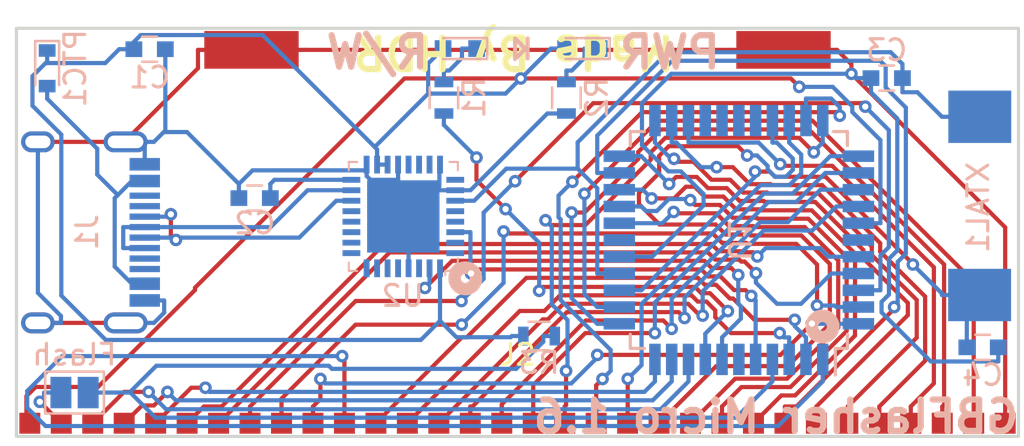
<source format=kicad_pcb>
(kicad_pcb (version 20171130) (host pcbnew "(5.1.2)-2")

  (general
    (thickness 1.6)
    (drawings 14)
    (tracks 695)
    (zones 0)
    (modules 16)
    (nets 74)
  )

  (page A4)
  (layers
    (0 F.Cu signal)
    (31 B.Cu signal)
    (32 B.Adhes user)
    (33 F.Adhes user)
    (34 B.Paste user)
    (35 F.Paste user)
    (36 B.SilkS user)
    (37 F.SilkS user)
    (38 B.Mask user)
    (39 F.Mask user)
    (40 Dwgs.User user)
    (41 Cmts.User user)
    (42 Eco1.User user)
    (43 Eco2.User user)
    (44 Edge.Cuts user)
    (45 Margin user)
    (46 B.CrtYd user)
    (47 F.CrtYd user)
    (48 B.Fab user)
    (49 F.Fab user)
  )

  (setup
    (last_trace_width 0.2)
    (trace_clearance 0.2)
    (zone_clearance 0.254)
    (zone_45_only no)
    (trace_min 0.2)
    (via_size 0.6)
    (via_drill 0.3)
    (via_min_size 0.4)
    (via_min_drill 0.3)
    (uvia_size 0.3)
    (uvia_drill 0.1)
    (uvias_allowed no)
    (uvia_min_size 0.2)
    (uvia_min_drill 0.1)
    (edge_width 0.2)
    (segment_width 0.2)
    (pcb_text_width 0.3)
    (pcb_text_size 1.5 1.5)
    (mod_edge_width 0.15)
    (mod_text_size 1 1)
    (mod_text_width 0.15)
    (pad_size 1 1.6)
    (pad_drill 0.6)
    (pad_to_mask_clearance 0.0508)
    (solder_mask_min_width 0.25)
    (aux_axis_origin 0 0)
    (visible_elements 7FFFFFFF)
    (pcbplotparams
      (layerselection 0x010fc_ffffffff)
      (usegerberextensions false)
      (usegerberattributes false)
      (usegerberadvancedattributes false)
      (creategerberjobfile false)
      (excludeedgelayer true)
      (linewidth 0.100000)
      (plotframeref false)
      (viasonmask false)
      (mode 1)
      (useauxorigin false)
      (hpglpennumber 1)
      (hpglpenspeed 20)
      (hpglpendiameter 15.000000)
      (psnegative false)
      (psa4output false)
      (plotreference true)
      (plotvalue true)
      (plotinvisibletext false)
      (padsonsilk false)
      (subtractmaskfromsilk false)
      (outputformat 1)
      (mirror false)
      (drillshape 0)
      (scaleselection 1)
      (outputdirectory "MicroGerbers/"))
  )

  (net 0 "")
  (net 1 +5V)
  (net 2 /XIN)
  (net 3 /A7)
  (net 4 /A6)
  (net 5 /A5)
  (net 6 /RESET)
  (net 7 "Net-(LED1-Pad1)")
  (net 8 /A9)
  (net 9 /WR)
  (net 10 /RD)
  (net 11 /CS)
  (net 12 /A0)
  (net 13 /A1)
  (net 14 /A2)
  (net 15 /A3)
  (net 16 /A4)
  (net 17 /A8)
  (net 18 /A10)
  (net 19 /A11)
  (net 20 /A12)
  (net 21 /A13)
  (net 22 /A14)
  (net 23 /A15)
  (net 24 /D0)
  (net 25 /D1)
  (net 26 /D2)
  (net 27 /D3)
  (net 28 /D4)
  (net 29 /D5)
  (net 30 /D6)
  (net 31 /D7)
  (net 32 /RST)
  (net 33 /RWLED)
  (net 34 GND)
  (net 35 /SNDAIN)
  (net 36 /XOUT)
  (net 37 "Net-(J1-PadA4|B9)")
  (net 38 "Net-(J1-PadB8)")
  (net 39 "Net-(J1-PadA5)")
  (net 40 "Net-(J1-PadA8)")
  (net 41 "Net-(J1-PadB5)")
  (net 42 "Net-(C2-Pad2)")
  (net 43 /Jumper)
  (net 44 "Net-(LED2-Pad1)")
  (net 45 "Net-(J1-PadA7)")
  (net 46 "Net-(J1-PadA6)")
  (net 47 "Net-(U1-Pad5)")
  (net 48 "Net-(U1-Pad6)")
  (net 49 "Net-(U1-Pad7)")
  (net 50 "Net-(U1-Pad17)")
  (net 51 "Net-(U1-Pad26)")
  (net 52 "Net-(U1-Pad27)")
  (net 53 "Net-(U1-Pad28)")
  (net 54 "Net-(U1-Pad29)")
  (net 55 "Net-(U1-Pad39)")
  (net 56 "Net-(U2-Pad9)")
  (net 57 "Net-(U2-Pad32)")
  (net 58 "Net-(U2-Pad31)")
  (net 59 "Net-(U2-Pad23)")
  (net 60 "Net-(U2-Pad10)")
  (net 61 "Net-(U2-Pad8)")
  (net 62 "Net-(U2-Pad29)")
  (net 63 "Net-(U2-Pad11)")
  (net 64 "Net-(U2-Pad25)")
  (net 65 "Net-(U2-Pad12)")
  (net 66 "Net-(U2-Pad5)")
  (net 67 "Net-(U2-Pad3)")
  (net 68 "Net-(U2-Pad28)")
  (net 69 "Net-(U2-Pad22)")
  (net 70 "Net-(U2-Pad21)")
  (net 71 "Net-(U2-Pad13)")
  (net 72 "Net-(U2-Pad6)")
  (net 73 "Net-(U2-Pad7)")

  (net_class Default "This is the default net class."
    (clearance 0.2)
    (trace_width 0.2)
    (via_dia 0.6)
    (via_drill 0.3)
    (uvia_dia 0.3)
    (uvia_drill 0.1)
    (add_net +5V)
    (add_net /A0)
    (add_net /A1)
    (add_net /A10)
    (add_net /A11)
    (add_net /A12)
    (add_net /A13)
    (add_net /A14)
    (add_net /A15)
    (add_net /A2)
    (add_net /A3)
    (add_net /A4)
    (add_net /A5)
    (add_net /A6)
    (add_net /A7)
    (add_net /A8)
    (add_net /A9)
    (add_net /CS)
    (add_net /D0)
    (add_net /D1)
    (add_net /D2)
    (add_net /D3)
    (add_net /D4)
    (add_net /D5)
    (add_net /D6)
    (add_net /D7)
    (add_net /Jumper)
    (add_net /RD)
    (add_net /RESET)
    (add_net /RST)
    (add_net /RWLED)
    (add_net /SNDAIN)
    (add_net /WR)
    (add_net /XIN)
    (add_net /XOUT)
    (add_net GND)
    (add_net "Net-(C2-Pad2)")
    (add_net "Net-(J1-PadA4|B9)")
    (add_net "Net-(J1-PadA5)")
    (add_net "Net-(J1-PadA6)")
    (add_net "Net-(J1-PadA7)")
    (add_net "Net-(J1-PadA8)")
    (add_net "Net-(J1-PadB5)")
    (add_net "Net-(J1-PadB8)")
    (add_net "Net-(LED1-Pad1)")
    (add_net "Net-(LED2-Pad1)")
    (add_net "Net-(U1-Pad17)")
    (add_net "Net-(U1-Pad26)")
    (add_net "Net-(U1-Pad27)")
    (add_net "Net-(U1-Pad28)")
    (add_net "Net-(U1-Pad29)")
    (add_net "Net-(U1-Pad39)")
    (add_net "Net-(U1-Pad5)")
    (add_net "Net-(U1-Pad6)")
    (add_net "Net-(U1-Pad7)")
    (add_net "Net-(U2-Pad10)")
    (add_net "Net-(U2-Pad11)")
    (add_net "Net-(U2-Pad12)")
    (add_net "Net-(U2-Pad13)")
    (add_net "Net-(U2-Pad21)")
    (add_net "Net-(U2-Pad22)")
    (add_net "Net-(U2-Pad23)")
    (add_net "Net-(U2-Pad25)")
    (add_net "Net-(U2-Pad28)")
    (add_net "Net-(U2-Pad29)")
    (add_net "Net-(U2-Pad3)")
    (add_net "Net-(U2-Pad31)")
    (add_net "Net-(U2-Pad32)")
    (add_net "Net-(U2-Pad5)")
    (add_net "Net-(U2-Pad6)")
    (add_net "Net-(U2-Pad7)")
    (add_net "Net-(U2-Pad8)")
    (add_net "Net-(U2-Pad9)")
  )

  (module Custom:QFN-32-1EP_5x5mm (layer B.Cu) (tedit 5D713234) (tstamp 5D7132EA)
    (at 142.702 60.0431 90)
    (path /5D71A82E)
    (fp_text reference U2 (at -3.6957 -3.85064 180) (layer B.SilkS)
      (effects (font (size 1 1) (thickness 0.15)) (justify mirror))
    )
    (fp_text value FT232RQ-REEL (at 0 0.5 90) (layer B.Fab)
      (effects (font (size 1 1) (thickness 0.15)) (justify mirror))
    )
    (fp_text user %R (at 0.09214 -3.82228 90) (layer B.Fab)
      (effects (font (size 1 1) (thickness 0.15)) (justify mirror))
    )
    (fp_line (start 3.22214 -6.95228) (end -3.03786 -6.95228) (layer B.CrtYd) (width 0.05))
    (fp_line (start -2.00786 -1.32228) (end 2.59214 -1.32228) (layer B.Fab) (width 0.1))
    (fp_line (start -2.40786 -1.72228) (end -2.40786 -6.32228) (layer B.Fab) (width 0.1))
    (fp_line (start 2.69214 -1.22228) (end 2.29214 -1.22228) (layer B.SilkS) (width 0.1))
    (fp_line (start -2.50786 -1.62228) (end -2.50786 -1.82228) (layer B.SilkS) (width 0.1))
    (fp_line (start 3.22214 -0.69228) (end -3.03786 -0.69228) (layer B.CrtYd) (width 0.05))
    (fp_line (start -2.50786 -6.42228) (end -2.50786 -6.02228) (layer B.SilkS) (width 0.1))
    (fp_line (start -2.10786 -1.22228) (end -2.50786 -1.62228) (layer B.SilkS) (width 0.1))
    (fp_line (start -2.00786 -1.32228) (end -2.40786 -1.72228) (layer B.Fab) (width 0.1))
    (fp_line (start 2.69214 -6.42228) (end 2.29214 -6.42228) (layer B.SilkS) (width 0.1))
    (fp_line (start 2.59214 -1.32228) (end 2.59214 -6.32228) (layer B.Fab) (width 0.1))
    (fp_line (start 2.69214 -6.02228) (end 2.69214 -6.42228) (layer B.SilkS) (width 0.1))
    (fp_line (start 2.59214 -6.32228) (end -2.40786 -6.32228) (layer B.Fab) (width 0.1))
    (fp_line (start -3.03786 -6.95228) (end -3.03786 -0.69228) (layer B.CrtYd) (width 0.05))
    (fp_line (start 2.69214 -1.22228) (end 2.69214 -1.62228) (layer B.SilkS) (width 0.1))
    (fp_line (start 3.22214 -0.69228) (end 3.22214 -6.95228) (layer B.CrtYd) (width 0.05))
    (fp_line (start -1.90786 -1.22228) (end -2.10786 -1.22228) (layer B.SilkS) (width 0.1))
    (fp_line (start -2.10786 -6.42228) (end -2.50786 -6.42228) (layer B.SilkS) (width 0.1))
    (fp_line (start -2.50786 -1.82228) (end -2.70786 -1.82228) (layer B.SilkS) (width 0.1))
    (pad 7 smd rect (at -2.38286 -5.07228 180) (size 0.28 0.85) (layers B.Cu B.Paste B.Mask)
      (net 73 "Net-(U2-Pad7)") (solder_mask_margin 0.07))
    (pad 20 smd rect (at 2.56714 -4.07228 180) (size 0.28 0.85) (layers B.Cu B.Paste B.Mask)
      (net 34 GND) (solder_mask_margin 0.07))
    (pad 18 smd rect (at 2.56714 -5.07228 180) (size 0.28 0.85) (layers B.Cu B.Paste B.Mask)
      (net 1 +5V) (solder_mask_margin 0.07))
    (pad 6 smd rect (at -2.38286 -4.57228 180) (size 0.28 0.85) (layers B.Cu B.Paste B.Mask)
      (net 72 "Net-(U2-Pad6)") (solder_mask_margin 0.07))
    (pad 2 smd rect (at -2.38286 -2.57228 180) (size 0.28 0.85) (layers B.Cu B.Paste B.Mask)
      (net 49 "Net-(U1-Pad7)") (solder_mask_margin 0.07))
    (pad 13 smd rect (at 0.34214 -6.29728 180) (size 0.85 0.28) (layers B.Cu B.Paste B.Mask)
      (net 71 "Net-(U2-Pad13)") (solder_mask_margin 0.07))
    (pad 16 smd rect (at 1.84214 -6.29728 180) (size 0.85 0.28) (layers B.Cu B.Paste B.Mask)
      (net 42 "Net-(C2-Pad2)") (solder_mask_margin 0.07))
    (pad 15 smd rect (at 1.34214 -6.29728 180) (size 0.85 0.28) (layers B.Cu B.Paste B.Mask)
      (net 45 "Net-(J1-PadA7)") (solder_mask_margin 0.07))
    (pad 33 smd rect (at 0.09214 -3.82228 180) (size 3.45 3.45) (layers B.Cu B.Paste B.Mask)
      (net 34 GND))
    (pad 21 smd rect (at 2.56714 -3.57228 180) (size 0.28 0.85) (layers B.Cu B.Paste B.Mask)
      (net 70 "Net-(U2-Pad21)") (solder_mask_margin 0.07))
    (pad 24 smd rect (at 2.56714 -2.07228 180) (size 0.28 0.85) (layers B.Cu B.Paste B.Mask)
      (net 34 GND) (solder_mask_margin 0.07))
    (pad 17 smd rect (at 2.56714 -5.57228 180) (size 0.28 0.85) (layers B.Cu B.Paste B.Mask)
      (net 34 GND) (solder_mask_margin 0.07))
    (pad 22 smd rect (at 2.56714 -3.07228 180) (size 0.28 0.85) (layers B.Cu B.Paste B.Mask)
      (net 69 "Net-(U2-Pad22)") (solder_mask_margin 0.07))
    (pad 28 smd rect (at 0.34214 -1.34728 180) (size 0.85 0.28) (layers B.Cu B.Paste B.Mask)
      (net 68 "Net-(U2-Pad28)") (solder_mask_margin 0.07))
    (pad 3 smd rect (at -2.38286 -3.07228 180) (size 0.28 0.85) (layers B.Cu B.Paste B.Mask)
      (net 67 "Net-(U2-Pad3)") (solder_mask_margin 0.07))
    (pad 5 smd rect (at -2.38286 -4.07228 180) (size 0.28 0.85) (layers B.Cu B.Paste B.Mask)
      (net 66 "Net-(U2-Pad5)") (solder_mask_margin 0.07))
    (pad 12 smd rect (at -0.15786 -6.29728 180) (size 0.85 0.28) (layers B.Cu B.Paste B.Mask)
      (net 65 "Net-(U2-Pad12)") (solder_mask_margin 0.07))
    (pad 25 smd rect (at 1.84214 -1.34728 180) (size 0.85 0.28) (layers B.Cu B.Paste B.Mask)
      (net 64 "Net-(U2-Pad25)") (solder_mask_margin 0.07))
    (pad 11 smd rect (at -0.65786 -6.29728 180) (size 0.85 0.28) (layers B.Cu B.Paste B.Mask)
      (net 63 "Net-(U2-Pad11)") (solder_mask_margin 0.07))
    (pad 27 smd rect (at 0.84214 -1.34728 180) (size 0.85 0.28) (layers B.Cu B.Paste B.Mask)
      (net 2 /XIN) (solder_mask_margin 0.07))
    (pad 29 smd rect (at -0.15786 -1.34728 180) (size 0.85 0.28) (layers B.Cu B.Paste B.Mask)
      (net 62 "Net-(U2-Pad29)") (solder_mask_margin 0.07))
    (pad 26 smd rect (at 1.34214 -1.34728 180) (size 0.85 0.28) (layers B.Cu B.Paste B.Mask)
      (net 34 GND) (solder_mask_margin 0.07))
    (pad 8 smd rect (at -2.38286 -5.57228 180) (size 0.28 0.85) (layers B.Cu B.Paste B.Mask)
      (net 61 "Net-(U2-Pad8)") (solder_mask_margin 0.07))
    (pad 4 smd rect (at -2.38286 -3.57228 180) (size 0.28 0.85) (layers B.Cu B.Paste B.Mask)
      (net 34 GND) (solder_mask_margin 0.07))
    (pad 14 smd rect (at 0.84214 -6.29728 180) (size 0.85 0.28) (layers B.Cu B.Paste B.Mask)
      (net 46 "Net-(J1-PadA6)") (solder_mask_margin 0.07))
    (pad 10 smd rect (at -1.15786 -6.29728 180) (size 0.85 0.28) (layers B.Cu B.Paste B.Mask)
      (net 60 "Net-(U2-Pad10)") (solder_mask_margin 0.07))
    (pad 19 smd rect (at 2.56714 -4.57228 180) (size 0.28 0.85) (layers B.Cu B.Paste B.Mask)
      (net 1 +5V) (solder_mask_margin 0.07))
    (pad 23 smd rect (at 2.56714 -2.57228 180) (size 0.28 0.85) (layers B.Cu B.Paste B.Mask)
      (net 59 "Net-(U2-Pad23)") (solder_mask_margin 0.07))
    (pad 30 smd rect (at -0.65786 -1.34728 180) (size 0.85 0.28) (layers B.Cu B.Paste B.Mask)
      (net 47 "Net-(U1-Pad5)") (solder_mask_margin 0.07))
    (pad 31 smd rect (at -1.15786 -1.34728 180) (size 0.85 0.28) (layers B.Cu B.Paste B.Mask)
      (net 58 "Net-(U2-Pad31)") (solder_mask_margin 0.07))
    (pad 32 smd rect (at -1.65786 -1.34728 180) (size 0.85 0.28) (layers B.Cu B.Paste B.Mask)
      (net 57 "Net-(U2-Pad32)") (solder_mask_margin 0.07))
    (pad 1 smd rect (at -2.38286 -2.07228 180) (size 0.28 0.85) (layers B.Cu B.Paste B.Mask)
      (net 1 +5V) (solder_mask_margin 0.07))
    (pad 9 smd rect (at -1.65786 -6.29728 180) (size 0.85 0.28) (layers B.Cu B.Paste B.Mask)
      (net 56 "Net-(U2-Pad9)") (solder_mask_margin 0.07))
  )

  (module Custom:DSL_Cartridge_Reader_Nano (layer F.Cu) (tedit 5D7131AF) (tstamp 5D711D60)
    (at 144.323 64.8208)
    (path /5C34DD28)
    (fp_text reference J2 (at 0 1.7272 180) (layer F.SilkS)
      (effects (font (size 1 1) (thickness 0.15)))
    )
    (fp_text value CartBus (at 0 -11) (layer F.Fab)
      (effects (font (size 1 1) (thickness 0.15)))
    )
    (fp_text user %R (at 0 -1) (layer F.Fab)
      (effects (font (size 2 2) (thickness 0.2)))
    )
    (fp_text user CartBus (at 0 -11) (layer F.Fab)
      (effects (font (size 1 1) (thickness 0.15)))
    )
    (pad GND smd rect (at -12.68204 -12.82) (size 4.5 1.8) (layers F.Cu F.Paste F.Mask)
      (net 34 GND))
    (pad 1 smd rect (at -23.25 5) (size 1 1) (layers F.Cu F.Paste F.Mask)
      (net 1 +5V))
    (pad 17 smd rect (at 0.75 5) (size 1 1) (layers F.Cu F.Paste F.Mask)
      (net 19 /A11))
    (pad 20 smd rect (at 5.25 5) (size 1 1) (layers F.Cu F.Paste F.Mask)
      (net 22 /A14))
    (pad "" np_thru_hole circle (at 12.93204 -2.04724) (size 2 2) (drill 2) (layers *.Cu *.Mask))
    (pad 15 smd rect (at -2.25 5) (size 1 1) (layers F.Cu F.Paste F.Mask)
      (net 8 /A9))
    (pad 13 smd rect (at -5.25 5) (size 1 1) (layers F.Cu F.Paste F.Mask)
      (net 3 /A7))
    (pad 32 smd rect (at 23.25 5) (size 1 1) (layers F.Cu F.Paste F.Mask)
      (net 34 GND))
    (pad 26 smd rect (at 14.25 5) (size 1 1) (layers F.Cu F.Paste F.Mask)
      (net 28 /D4))
    (pad 23 smd rect (at 9.75 5) (size 1 1) (layers F.Cu F.Paste F.Mask)
      (net 25 /D1))
    (pad 8 smd rect (at -12.75 5) (size 1 1) (layers F.Cu F.Paste F.Mask)
      (net 14 /A2))
    (pad 27 smd rect (at 15.75 5) (size 1 1) (layers F.Cu F.Paste F.Mask)
      (net 29 /D5))
    (pad 28 smd rect (at 17.25 5) (size 1 1) (layers F.Cu F.Paste F.Mask)
      (net 30 /D6))
    (pad 25 smd rect (at 12.75 5) (size 1 1) (layers F.Cu F.Paste F.Mask)
      (net 27 /D3))
    (pad 30 smd rect (at 20.25 5) (size 1 1) (layers F.Cu F.Paste F.Mask)
      (net 32 /RST))
    (pad 2 smd rect (at -21.75 5) (size 1 1) (layers F.Cu F.Paste F.Mask)
      (net 43 /Jumper))
    (pad 7 smd rect (at -14.25 5) (size 1 1) (layers F.Cu F.Paste F.Mask)
      (net 13 /A1))
    (pad 10 smd rect (at -9.75 5) (size 1 1) (layers F.Cu F.Paste F.Mask)
      (net 16 /A4))
    (pad 11 smd rect (at -8.25 5) (size 1 1) (layers F.Cu F.Paste F.Mask)
      (net 5 /A5))
    (pad 12 smd rect (at -6.75 5) (size 1 1) (layers F.Cu F.Paste F.Mask)
      (net 4 /A6))
    (pad 18 smd rect (at 2.25 5) (size 1 1) (layers F.Cu F.Paste F.Mask)
      (net 20 /A12))
    (pad 22 smd rect (at 8.25 5) (size 1 1) (layers F.Cu F.Paste F.Mask)
      (net 24 /D0))
    (pad 31 smd rect (at 21.75 5) (size 1 1) (layers F.Cu F.Paste F.Mask)
      (net 35 /SNDAIN))
    (pad GND smd rect (at 12.68204 -12.82) (size 4.5 1.8) (layers F.Cu F.Paste F.Mask)
      (net 34 GND))
    (pad 3 smd rect (at -20.25 5) (size 1 1) (layers F.Cu F.Paste F.Mask)
      (net 9 /WR))
    (pad 5 smd rect (at -17.25 5) (size 1 1) (layers F.Cu F.Paste F.Mask)
      (net 11 /CS))
    (pad "" np_thru_hole circle (at -12.93204 -2.04724) (size 2 2) (drill 2) (layers *.Cu *.Mask))
    (pad 14 smd rect (at -3.75 5) (size 1 1) (layers F.Cu F.Paste F.Mask)
      (net 17 /A8))
    (pad 6 smd rect (at -15.75 5) (size 1 1) (layers F.Cu F.Paste F.Mask)
      (net 12 /A0))
    (pad 24 smd rect (at 11.25 5) (size 1 1) (layers F.Cu F.Paste F.Mask)
      (net 26 /D2))
    (pad 4 smd rect (at -18.75 5) (size 1 1) (layers F.Cu F.Paste F.Mask)
      (net 10 /RD))
    (pad 16 smd rect (at -0.75 5) (size 1 1) (layers F.Cu F.Paste F.Mask)
      (net 18 /A10))
    (pad 21 smd rect (at 6.75 5) (size 1 1) (layers F.Cu F.Paste F.Mask)
      (net 23 /A15))
    (pad 9 smd rect (at -11.25 5) (size 1 1) (layers F.Cu F.Paste F.Mask)
      (net 15 /A3))
    (pad 29 smd rect (at 18.75 5) (size 1 1) (layers F.Cu F.Paste F.Mask)
      (net 31 /D7))
    (pad 19 smd rect (at 3.75 5) (size 1 1) (layers F.Cu F.Paste F.Mask)
      (net 21 /A13))
  )

  (module Custom:FQ1045A-6.000 (layer B.Cu) (tedit 5D4B346D) (tstamp 5C37E5EC)
    (at 164.389 59.4182 270)
    (path /5C43B5B8)
    (fp_text reference XTAL1 (at 0.10922 -1.89738 270) (layer B.SilkS)
      (effects (font (size 1 1) (thickness 0.15)) (justify mirror))
    )
    (fp_text value 6MHz (at 0 0.5 270) (layer B.Fab)
      (effects (font (size 1 1) (thickness 0.15)) (justify mirror))
    )
    (pad 2 smd rect (at 4.28244 -1.96596 270) (size 2.5 3) (layers B.Cu B.Paste B.Mask)
      (net 36 /XOUT))
    (pad 1 smd rect (at -4.22402 -1.97358 270) (size 2.5 3) (layers B.Cu B.Paste B.Mask)
      (net 2 /XIN))
  )

  (module Capacitors_SMD:C_0603 (layer B.Cu) (tedit 5C796B98) (tstamp 5C350C32)
    (at 126.784 51.9684)
    (descr "Capacitor SMD 0603, reflow soldering, AVX (see smccp.pdf)")
    (tags "capacitor 0603")
    (path /5C437106)
    (attr smd)
    (fp_text reference C1 (at 0 1.3462 180) (layer B.SilkS)
      (effects (font (size 1 1) (thickness 0.15)) (justify mirror))
    )
    (fp_text value 0.1uF (at 0 -1.5) (layer B.Fab)
      (effects (font (size 1 1) (thickness 0.15)) (justify mirror))
    )
    (fp_line (start 1.4 -0.65) (end -1.4 -0.65) (layer B.CrtYd) (width 0.05))
    (fp_line (start 1.4 -0.65) (end 1.4 0.65) (layer B.CrtYd) (width 0.05))
    (fp_line (start -1.4 0.65) (end -1.4 -0.65) (layer B.CrtYd) (width 0.05))
    (fp_line (start -1.4 0.65) (end 1.4 0.65) (layer B.CrtYd) (width 0.05))
    (fp_line (start 0.35 -0.6) (end -0.35 -0.6) (layer B.SilkS) (width 0.12))
    (fp_line (start -0.35 0.6) (end 0.35 0.6) (layer B.SilkS) (width 0.12))
    (fp_line (start -0.8 0.4) (end 0.8 0.4) (layer B.Fab) (width 0.1))
    (fp_line (start 0.8 0.4) (end 0.8 -0.4) (layer B.Fab) (width 0.1))
    (fp_line (start 0.8 -0.4) (end -0.8 -0.4) (layer B.Fab) (width 0.1))
    (fp_line (start -0.8 -0.4) (end -0.8 0.4) (layer B.Fab) (width 0.1))
    (fp_text user %R (at 0.114999 -0.027999) (layer B.Fab)
      (effects (font (size 0.3 0.3) (thickness 0.075)) (justify mirror))
    )
    (pad 2 smd rect (at 0.75 0) (size 0.8 0.75) (layers B.Cu B.Paste B.Mask)
      (net 34 GND))
    (pad 1 smd rect (at -0.75 0) (size 0.8 0.75) (layers B.Cu B.Paste B.Mask)
      (net 1 +5V))
    (model Capacitors_SMD.3dshapes/C_0603.wrl
      (at (xyz 0 0 0))
      (scale (xyz 1 1 1))
      (rotate (xyz 0 0 0))
    )
  )

  (module Capacitors_SMD:C_0603 (layer B.Cu) (tedit 59958EE7) (tstamp 5C350C65)
    (at 131.79 59.0753)
    (descr "Capacitor SMD 0603, reflow soldering, AVX (see smccp.pdf)")
    (tags "capacitor 0603")
    (path /5C403F17)
    (attr smd)
    (fp_text reference C2 (at 0.012 1.2065 180) (layer B.SilkS)
      (effects (font (size 1 1) (thickness 0.15)) (justify mirror))
    )
    (fp_text value 0.1uF (at 0 -1.5 180) (layer B.Fab)
      (effects (font (size 1 1) (thickness 0.15)) (justify mirror))
    )
    (fp_text user %R (at 0 0 180) (layer B.Fab)
      (effects (font (size 0.3 0.3) (thickness 0.075)) (justify mirror))
    )
    (fp_line (start -0.8 -0.4) (end -0.8 0.4) (layer B.Fab) (width 0.1))
    (fp_line (start 0.8 -0.4) (end -0.8 -0.4) (layer B.Fab) (width 0.1))
    (fp_line (start 0.8 0.4) (end 0.8 -0.4) (layer B.Fab) (width 0.1))
    (fp_line (start -0.8 0.4) (end 0.8 0.4) (layer B.Fab) (width 0.1))
    (fp_line (start -0.35 0.6) (end 0.35 0.6) (layer B.SilkS) (width 0.12))
    (fp_line (start 0.35 -0.6) (end -0.35 -0.6) (layer B.SilkS) (width 0.12))
    (fp_line (start -1.4 0.65) (end 1.4 0.65) (layer B.CrtYd) (width 0.05))
    (fp_line (start -1.4 0.65) (end -1.4 -0.65) (layer B.CrtYd) (width 0.05))
    (fp_line (start 1.4 -0.65) (end 1.4 0.65) (layer B.CrtYd) (width 0.05))
    (fp_line (start 1.4 -0.65) (end -1.4 -0.65) (layer B.CrtYd) (width 0.05))
    (pad 1 smd rect (at -0.75 0) (size 0.8 0.75) (layers B.Cu B.Paste B.Mask)
      (net 34 GND))
    (pad 2 smd rect (at 0.75 0) (size 0.8 0.75) (layers B.Cu B.Paste B.Mask)
      (net 42 "Net-(C2-Pad2)"))
    (model Capacitors_SMD.3dshapes/C_0603.wrl
      (at (xyz 0 0 0))
      (scale (xyz 1 1 1))
      (rotate (xyz 0 0 0))
    )
  )

  (module Capacitors_SMD:C_0603 (layer B.Cu) (tedit 59958EE7) (tstamp 5C350C76)
    (at 161.925 53.3476 180)
    (descr "Capacitor SMD 0603, reflow soldering, AVX (see smccp.pdf)")
    (tags "capacitor 0603")
    (path /5C44CF09)
    (attr smd)
    (fp_text reference C3 (at 0 1.3335 180) (layer B.SilkS)
      (effects (font (size 1 1) (thickness 0.15)) (justify mirror))
    )
    (fp_text value 22pF (at -0.0635 0 180) (layer B.Fab)
      (effects (font (size 1 1) (thickness 0.15)) (justify mirror))
    )
    (fp_line (start 1.4 -0.65) (end -1.4 -0.65) (layer B.CrtYd) (width 0.05))
    (fp_line (start 1.4 -0.65) (end 1.4 0.65) (layer B.CrtYd) (width 0.05))
    (fp_line (start -1.4 0.65) (end -1.4 -0.65) (layer B.CrtYd) (width 0.05))
    (fp_line (start -1.4 0.65) (end 1.4 0.65) (layer B.CrtYd) (width 0.05))
    (fp_line (start 0.35 -0.6) (end -0.35 -0.6) (layer B.SilkS) (width 0.12))
    (fp_line (start -0.35 0.6) (end 0.35 0.6) (layer B.SilkS) (width 0.12))
    (fp_line (start -0.8 0.4) (end 0.8 0.4) (layer B.Fab) (width 0.1))
    (fp_line (start 0.8 0.4) (end 0.8 -0.4) (layer B.Fab) (width 0.1))
    (fp_line (start 0.8 -0.4) (end -0.8 -0.4) (layer B.Fab) (width 0.1))
    (fp_line (start -0.8 -0.4) (end -0.8 0.4) (layer B.Fab) (width 0.1))
    (fp_text user %R (at 0 0 180) (layer B.Fab)
      (effects (font (size 0.3 0.3) (thickness 0.075)) (justify mirror))
    )
    (pad 2 smd rect (at 0.75 0 180) (size 0.8 0.75) (layers B.Cu B.Paste B.Mask)
      (net 34 GND))
    (pad 1 smd rect (at -0.75 0 180) (size 0.8 0.75) (layers B.Cu B.Paste B.Mask)
      (net 2 /XIN))
    (model Capacitors_SMD.3dshapes/C_0603.wrl
      (at (xyz 0 0 0))
      (scale (xyz 1 1 1))
      (rotate (xyz 0 0 0))
    )
  )

  (module Capacitors_SMD:C_0603 (layer B.Cu) (tedit 59958EE7) (tstamp 5C350C87)
    (at 166.494 66.1975)
    (descr "Capacitor SMD 0603, reflow soldering, AVX (see smccp.pdf)")
    (tags "capacitor 0603")
    (path /5C44CF77)
    (attr smd)
    (fp_text reference C4 (at 0.00508 1.3208) (layer B.SilkS)
      (effects (font (size 1 1) (thickness 0.15)) (justify mirror))
    )
    (fp_text value 22pF (at 0 -1.5) (layer B.Fab)
      (effects (font (size 1 1) (thickness 0.15)) (justify mirror))
    )
    (fp_text user %R (at 0 0) (layer B.Fab)
      (effects (font (size 0.3 0.3) (thickness 0.075)) (justify mirror))
    )
    (fp_line (start -0.8 -0.4) (end -0.8 0.4) (layer B.Fab) (width 0.1))
    (fp_line (start 0.8 -0.4) (end -0.8 -0.4) (layer B.Fab) (width 0.1))
    (fp_line (start 0.8 0.4) (end 0.8 -0.4) (layer B.Fab) (width 0.1))
    (fp_line (start -0.8 0.4) (end 0.8 0.4) (layer B.Fab) (width 0.1))
    (fp_line (start -0.35 0.6) (end 0.35 0.6) (layer B.SilkS) (width 0.12))
    (fp_line (start 0.35 -0.6) (end -0.35 -0.6) (layer B.SilkS) (width 0.12))
    (fp_line (start -1.4 0.65) (end 1.4 0.65) (layer B.CrtYd) (width 0.05))
    (fp_line (start -1.4 0.65) (end -1.4 -0.65) (layer B.CrtYd) (width 0.05))
    (fp_line (start 1.4 -0.65) (end 1.4 0.65) (layer B.CrtYd) (width 0.05))
    (fp_line (start 1.4 -0.65) (end -1.4 -0.65) (layer B.CrtYd) (width 0.05))
    (pad 1 smd rect (at -0.75 0) (size 0.8 0.75) (layers B.Cu B.Paste B.Mask)
      (net 36 /XOUT))
    (pad 2 smd rect (at 0.75 0) (size 0.8 0.75) (layers B.Cu B.Paste B.Mask)
      (net 34 GND))
    (model Capacitors_SMD.3dshapes/C_0603.wrl
      (at (xyz 0 0 0))
      (scale (xyz 1 1 1))
      (rotate (xyz 0 0 0))
    )
  )

  (module LEDs:LED_0603 (layer B.Cu) (tedit 5C376399) (tstamp 5C350D3B)
    (at 141.576 51.9379 180)
    (descr "LED 0603 smd package")
    (tags "LED led 0603 SMD smd SMT smt smdled SMDLED smtled SMTLED")
    (path /5C3B1FE4)
    (attr smd)
    (fp_text reference LED1 (at 0 1.25 180) (layer B.SilkS) hide
      (effects (font (size 1 1) (thickness 0.15)) (justify mirror))
    )
    (fp_text value LED (at 0 -1.35 180) (layer B.Fab)
      (effects (font (size 1 1) (thickness 0.15)) (justify mirror))
    )
    (fp_line (start -1.45 0.65) (end 1.45 0.65) (layer B.CrtYd) (width 0.05))
    (fp_line (start -1.45 -0.65) (end -1.45 0.65) (layer B.CrtYd) (width 0.05))
    (fp_line (start 1.45 -0.65) (end -1.45 -0.65) (layer B.CrtYd) (width 0.05))
    (fp_line (start 1.45 0.65) (end 1.45 -0.65) (layer B.CrtYd) (width 0.05))
    (fp_line (start -1.3 0.5) (end 0.8 0.5) (layer B.SilkS) (width 0.12))
    (fp_line (start -1.3 -0.5) (end 0.8 -0.5) (layer B.SilkS) (width 0.12))
    (fp_line (start -0.8 -0.4) (end -0.8 0.4) (layer B.Fab) (width 0.1))
    (fp_line (start -0.8 0.4) (end 0.8 0.4) (layer B.Fab) (width 0.1))
    (fp_line (start 0.8 0.4) (end 0.8 -0.4) (layer B.Fab) (width 0.1))
    (fp_line (start 0.8 -0.4) (end -0.8 -0.4) (layer B.Fab) (width 0.1))
    (fp_line (start 0.15 0.2) (end 0.15 -0.2) (layer B.Fab) (width 0.1))
    (fp_line (start 0.15 -0.2) (end -0.15 0) (layer B.Fab) (width 0.1))
    (fp_line (start -0.15 0) (end 0.15 0.2) (layer B.Fab) (width 0.1))
    (fp_line (start -0.2 0.2) (end -0.2 -0.2) (layer B.Fab) (width 0.1))
    (fp_line (start -1.3 0.5) (end -1.3 -0.5) (layer B.SilkS) (width 0.12))
    (pad 1 smd rect (at -0.8 0) (size 0.8 0.8) (layers B.Cu B.Paste B.Mask)
      (net 7 "Net-(LED1-Pad1)"))
    (pad 2 smd rect (at 0.8 0) (size 0.8 0.8) (layers B.Cu B.Paste B.Mask)
      (net 1 +5V))
    (model ${KISYS3DMOD}/LEDs.3dshapes/LED_0603.wrl
      (at (xyz 0 0 0))
      (scale (xyz 1 1 1))
      (rotate (xyz 0 0 180))
    )
  )

  (module LEDs:LED_0603 (layer B.Cu) (tedit 5CA97E91) (tstamp 5C350D7A)
    (at 147.418 51.9379 180)
    (descr "LED 0603 smd package")
    (tags "LED led 0603 SMD smd SMT smt smdled SMDLED smtled SMTLED")
    (path /5C3B1ECB)
    (attr smd)
    (fp_text reference LED2 (at 0 1.25 180) (layer B.SilkS) hide
      (effects (font (size 1 1) (thickness 0.15)) (justify mirror))
    )
    (fp_text value LED (at 0 -1.35 180) (layer B.Fab) hide
      (effects (font (size 1 1) (thickness 0.15)) (justify mirror))
    )
    (fp_line (start -1.3 0.5) (end -1.3 -0.5) (layer B.SilkS) (width 0.12))
    (fp_line (start -0.2 0.2) (end -0.2 -0.2) (layer B.Fab) (width 0.1))
    (fp_line (start -0.15 0) (end 0.15 0.2) (layer B.Fab) (width 0.1))
    (fp_line (start 0.15 -0.2) (end -0.15 0) (layer B.Fab) (width 0.1))
    (fp_line (start 0.15 0.2) (end 0.15 -0.2) (layer B.Fab) (width 0.1))
    (fp_line (start 0.8 -0.4) (end -0.8 -0.4) (layer B.Fab) (width 0.1))
    (fp_line (start 0.8 0.4) (end 0.8 -0.4) (layer B.Fab) (width 0.1))
    (fp_line (start -0.8 0.4) (end 0.8 0.4) (layer B.Fab) (width 0.1))
    (fp_line (start -0.8 -0.4) (end -0.8 0.4) (layer B.Fab) (width 0.1))
    (fp_line (start -1.3 -0.5) (end 0.8 -0.5) (layer B.SilkS) (width 0.12))
    (fp_line (start -1.3 0.5) (end 0.8 0.5) (layer B.SilkS) (width 0.12))
    (fp_line (start 1.45 0.65) (end 1.45 -0.65) (layer B.CrtYd) (width 0.05))
    (fp_line (start 1.45 -0.65) (end -1.45 -0.65) (layer B.CrtYd) (width 0.05))
    (fp_line (start -1.45 -0.65) (end -1.45 0.65) (layer B.CrtYd) (width 0.05))
    (fp_line (start -1.45 0.65) (end 1.45 0.65) (layer B.CrtYd) (width 0.05))
    (pad 2 smd rect (at 0.8 0) (size 0.8 0.8) (layers B.Cu B.Paste B.Mask)
      (net 1 +5V))
    (pad 1 smd rect (at -0.8 0) (size 0.8 0.8) (layers B.Cu B.Paste B.Mask)
      (net 44 "Net-(LED2-Pad1)"))
    (model ${KISYS3DMOD}/LEDs.3dshapes/LED_0603.wrl
      (at (xyz 0 0 0))
      (scale (xyz 1 1 1))
      (rotate (xyz 0 0 180))
    )
  )

  (module Resistors_SMD:R_0603 (layer B.Cu) (tedit 58E0A804) (tstamp 5C350DA3)
    (at 140.814 54.2874 90)
    (descr "Resistor SMD 0603, reflow soldering, Vishay (see dcrcw.pdf)")
    (tags "resistor 0603")
    (path /5C3D305E)
    (attr smd)
    (fp_text reference R1 (at 0 1.45 90) (layer B.SilkS)
      (effects (font (size 1 1) (thickness 0.15)) (justify mirror))
    )
    (fp_text value 1K (at 0 -1.5 90) (layer B.Fab)
      (effects (font (size 1 1) (thickness 0.15)) (justify mirror))
    )
    (fp_text user %R (at -1.4 0 90) (layer B.Fab)
      (effects (font (size 0.4 0.4) (thickness 0.075)) (justify mirror))
    )
    (fp_line (start -0.8 -0.4) (end -0.8 0.4) (layer B.Fab) (width 0.1))
    (fp_line (start 0.8 -0.4) (end -0.8 -0.4) (layer B.Fab) (width 0.1))
    (fp_line (start 0.8 0.4) (end 0.8 -0.4) (layer B.Fab) (width 0.1))
    (fp_line (start -0.8 0.4) (end 0.8 0.4) (layer B.Fab) (width 0.1))
    (fp_line (start 0.5 -0.68) (end -0.5 -0.68) (layer B.SilkS) (width 0.12))
    (fp_line (start -0.5 0.68) (end 0.5 0.68) (layer B.SilkS) (width 0.12))
    (fp_line (start -1.25 0.7) (end 1.25 0.7) (layer B.CrtYd) (width 0.05))
    (fp_line (start -1.25 0.7) (end -1.25 -0.7) (layer B.CrtYd) (width 0.05))
    (fp_line (start 1.25 -0.7) (end 1.25 0.7) (layer B.CrtYd) (width 0.05))
    (fp_line (start 1.25 -0.7) (end -1.25 -0.7) (layer B.CrtYd) (width 0.05))
    (pad 1 smd rect (at -0.75 0 90) (size 0.5 0.9) (layers B.Cu B.Paste B.Mask)
      (net 33 /RWLED))
    (pad 2 smd rect (at 0.75 0 90) (size 0.5 0.9) (layers B.Cu B.Paste B.Mask)
      (net 7 "Net-(LED1-Pad1)"))
    (model ${KISYS3DMOD}/Resistors_SMD.3dshapes/R_0603.wrl
      (at (xyz 0 0 0))
      (scale (xyz 1 1 1))
      (rotate (xyz 0 0 0))
    )
  )

  (module Resistors_SMD:R_0603 (layer B.Cu) (tedit 58E0A804) (tstamp 5C350DD6)
    (at 146.656 54.2874 90)
    (descr "Resistor SMD 0603, reflow soldering, Vishay (see dcrcw.pdf)")
    (tags "resistor 0603")
    (path /5C3CC7F3)
    (attr smd)
    (fp_text reference R2 (at 0 1.45 90) (layer B.SilkS)
      (effects (font (size 1 1) (thickness 0.15)) (justify mirror))
    )
    (fp_text value 1K (at 0 -1.5 90) (layer B.Fab)
      (effects (font (size 1 1) (thickness 0.15)) (justify mirror))
    )
    (fp_line (start 1.25 -0.7) (end -1.25 -0.7) (layer B.CrtYd) (width 0.05))
    (fp_line (start 1.25 -0.7) (end 1.25 0.7) (layer B.CrtYd) (width 0.05))
    (fp_line (start -1.25 0.7) (end -1.25 -0.7) (layer B.CrtYd) (width 0.05))
    (fp_line (start -1.25 0.7) (end 1.25 0.7) (layer B.CrtYd) (width 0.05))
    (fp_line (start -0.5 0.68) (end 0.5 0.68) (layer B.SilkS) (width 0.12))
    (fp_line (start 0.5 -0.68) (end -0.5 -0.68) (layer B.SilkS) (width 0.12))
    (fp_line (start -0.8 0.4) (end 0.8 0.4) (layer B.Fab) (width 0.1))
    (fp_line (start 0.8 0.4) (end 0.8 -0.4) (layer B.Fab) (width 0.1))
    (fp_line (start 0.8 -0.4) (end -0.8 -0.4) (layer B.Fab) (width 0.1))
    (fp_line (start -0.8 -0.4) (end -0.8 0.4) (layer B.Fab) (width 0.1))
    (fp_text user %R (at 1 0 90) (layer B.Fab)
      (effects (font (size 0.4 0.4) (thickness 0.075)) (justify mirror))
    )
    (pad 2 smd rect (at 0.75 0 90) (size 0.5 0.9) (layers B.Cu B.Paste B.Mask)
      (net 44 "Net-(LED2-Pad1)"))
    (pad 1 smd rect (at -0.75 0 90) (size 0.5 0.9) (layers B.Cu B.Paste B.Mask)
      (net 34 GND))
    (model ${KISYS3DMOD}/Resistors_SMD.3dshapes/R_0603.wrl
      (at (xyz 0 0 0))
      (scale (xyz 1 1 1))
      (rotate (xyz 0 0 0))
    )
  )

  (module Resistors_SMD:R_0603 (layer B.Cu) (tedit 58E0A804) (tstamp 5C350DE7)
    (at 145.352 65.659 180)
    (descr "Resistor SMD 0603, reflow soldering, Vishay (see dcrcw.pdf)")
    (tags "resistor 0603")
    (path /5C3EFA2C)
    (attr smd)
    (fp_text reference R3 (at 0 -1.2827 180) (layer B.SilkS)
      (effects (font (size 1 1) (thickness 0.15)) (justify mirror))
    )
    (fp_text value 10K (at 0 -1.5 180) (layer B.Fab)
      (effects (font (size 1 1) (thickness 0.15)) (justify mirror))
    )
    (fp_line (start 1.25 -0.7) (end -1.25 -0.7) (layer B.CrtYd) (width 0.05))
    (fp_line (start 1.25 -0.7) (end 1.25 0.7) (layer B.CrtYd) (width 0.05))
    (fp_line (start -1.25 0.7) (end -1.25 -0.7) (layer B.CrtYd) (width 0.05))
    (fp_line (start -1.25 0.7) (end 1.25 0.7) (layer B.CrtYd) (width 0.05))
    (fp_line (start -0.5 0.68) (end 0.5 0.68) (layer B.SilkS) (width 0.12))
    (fp_line (start 0.5 -0.68) (end -0.5 -0.68) (layer B.SilkS) (width 0.12))
    (fp_line (start -0.8 0.4) (end 0.8 0.4) (layer B.Fab) (width 0.1))
    (fp_line (start 0.8 0.4) (end 0.8 -0.4) (layer B.Fab) (width 0.1))
    (fp_line (start 0.8 -0.4) (end -0.8 -0.4) (layer B.Fab) (width 0.1))
    (fp_line (start -0.8 -0.4) (end -0.8 0.4) (layer B.Fab) (width 0.1))
    (fp_text user %R (at 0 -1.4 90) (layer B.Fab)
      (effects (font (size 0.4 0.4) (thickness 0.075)) (justify mirror))
    )
    (pad 2 smd rect (at 0.75 0 180) (size 0.5 0.9) (layers B.Cu B.Paste B.Mask)
      (net 1 +5V))
    (pad 1 smd rect (at -0.75 0 180) (size 0.5 0.9) (layers B.Cu B.Paste B.Mask)
      (net 6 /RESET))
    (model ${KISYS3DMOD}/Resistors_SMD.3dshapes/R_0603.wrl
      (at (xyz 0 0 0))
      (scale (xyz 1 1 1))
      (rotate (xyz 0 0 0))
    )
  )

  (module Housings_QFP:TQFP-44_10x10mm_Pitch0.8mm (layer B.Cu) (tedit 5CD776B3) (tstamp 5C3790DC)
    (at 154.876 61.0743 90)
    (descr "44-Lead Plastic Thin Quad Flatpack (PT) - 10x10x1.0 mm Body [TQFP] (see Microchip Packaging Specification 00000049BS.pdf)")
    (tags "QFP 0.8")
    (path /5C34E09F)
    (attr smd)
    (fp_text reference U1 (at 0 0 270 unlocked) (layer B.SilkS)
      (effects (font (size 1 1) (thickness 0.15)) (justify mirror))
    )
    (fp_text value ATmega8515L-8AU (at 0 -7.45 90) (layer B.Fab)
      (effects (font (size 1 1) (thickness 0.15)) (justify mirror))
    )
    (fp_text user %R (at 0 0 90) (layer B.Fab)
      (effects (font (size 1 1) (thickness 0.15)) (justify mirror))
    )
    (fp_line (start -4 5) (end 5 5) (layer B.Fab) (width 0.15))
    (fp_line (start 5 5) (end 5 -5) (layer B.Fab) (width 0.15))
    (fp_line (start 5 -5) (end -5 -5) (layer B.Fab) (width 0.15))
    (fp_line (start -5 -5) (end -5 4) (layer B.Fab) (width 0.15))
    (fp_line (start -5 4) (end -4 5) (layer B.Fab) (width 0.15))
    (fp_line (start -6.7 6.7) (end -6.7 -6.7) (layer B.CrtYd) (width 0.05))
    (fp_line (start 6.7 6.7) (end 6.7 -6.7) (layer B.CrtYd) (width 0.05))
    (fp_line (start -6.7 6.7) (end 6.7 6.7) (layer B.CrtYd) (width 0.05))
    (fp_line (start -6.7 -6.7) (end 6.7 -6.7) (layer B.CrtYd) (width 0.05))
    (fp_line (start -5.175 5.175) (end -5.175 4.6) (layer B.SilkS) (width 0.15))
    (fp_line (start 5.175 5.175) (end 5.175 4.5) (layer B.SilkS) (width 0.15))
    (fp_line (start 5.175 -5.175) (end 5.175 -4.5) (layer B.SilkS) (width 0.15))
    (fp_line (start -5.175 -5.175) (end -5.175 -4.5) (layer B.SilkS) (width 0.15))
    (fp_line (start -5.175 5.175) (end -4.5 5.175) (layer B.SilkS) (width 0.15))
    (fp_line (start -5.175 -5.175) (end -4.5 -5.175) (layer B.SilkS) (width 0.15))
    (fp_line (start 5.175 -5.175) (end 4.5 -5.175) (layer B.SilkS) (width 0.15))
    (fp_line (start 5.175 5.175) (end 4.5 5.175) (layer B.SilkS) (width 0.15))
    (fp_line (start -5.175 4.6) (end -6.45 4.6) (layer B.SilkS) (width 0.15))
    (pad 1 smd rect (at -5.7 4 90) (size 1.5 0.55) (layers B.Cu B.Paste B.Mask)
      (net 5 /A5))
    (pad 2 smd rect (at -5.7 3.2 90) (size 1.5 0.55) (layers B.Cu B.Paste B.Mask)
      (net 4 /A6))
    (pad 3 smd rect (at -5.7 2.4 90) (size 1.5 0.55) (layers B.Cu B.Paste B.Mask)
      (net 3 /A7))
    (pad 4 smd rect (at -5.7 1.6 90) (size 1.5 0.55) (layers B.Cu B.Paste B.Mask)
      (net 6 /RESET))
    (pad 5 smd rect (at -5.7 0.8 90) (size 1.5 0.55) (layers B.Cu B.Paste B.Mask)
      (net 47 "Net-(U1-Pad5)"))
    (pad 6 smd rect (at -5.7 0 90) (size 1.5 0.55) (layers B.Cu B.Paste B.Mask)
      (net 48 "Net-(U1-Pad6)"))
    (pad 7 smd rect (at -5.7 -0.8 90) (size 1.5 0.55) (layers B.Cu B.Paste B.Mask)
      (net 49 "Net-(U1-Pad7)"))
    (pad 8 smd rect (at -5.7 -1.6 90) (size 1.5 0.55) (layers B.Cu B.Paste B.Mask)
      (net 33 /RWLED))
    (pad 9 smd rect (at -5.7 -2.4 90) (size 1.5 0.55) (layers B.Cu B.Paste B.Mask)
      (net 9 /WR))
    (pad 10 smd rect (at -5.7 -3.2 90) (size 1.5 0.55) (layers B.Cu B.Paste B.Mask)
      (net 10 /RD))
    (pad 11 smd rect (at -5.7 -4 90) (size 1.5 0.55) (layers B.Cu B.Paste B.Mask)
      (net 11 /CS))
    (pad 12 smd rect (at -4 -5.7) (size 1.5 0.55) (layers B.Cu B.Paste B.Mask)
      (net 32 /RST))
    (pad 13 smd rect (at -3.2 -5.7) (size 1.5 0.55) (layers B.Cu B.Paste B.Mask)
      (net 35 /SNDAIN))
    (pad 14 smd rect (at -2.4 -5.7) (size 1.5 0.55) (layers B.Cu B.Paste B.Mask)
      (net 36 /XOUT))
    (pad 15 smd rect (at -1.6 -5.7) (size 1.5 0.55) (layers B.Cu B.Paste B.Mask)
      (net 2 /XIN))
    (pad 16 smd rect (at -0.8 -5.7) (size 1.5 0.55) (layers B.Cu B.Paste B.Mask)
      (net 34 GND))
    (pad 17 smd rect (at 0 -5.7) (size 1.5 0.55) (layers B.Cu B.Paste B.Mask)
      (net 50 "Net-(U1-Pad17)"))
    (pad 18 smd rect (at 0.8 -5.7) (size 1.5 0.55) (layers B.Cu B.Paste B.Mask)
      (net 24 /D0))
    (pad 19 smd rect (at 1.6 -5.7) (size 1.5 0.55) (layers B.Cu B.Paste B.Mask)
      (net 25 /D1))
    (pad 20 smd rect (at 2.4 -5.7) (size 1.5 0.55) (layers B.Cu B.Paste B.Mask)
      (net 26 /D2))
    (pad 21 smd rect (at 3.2 -5.7) (size 1.5 0.55) (layers B.Cu B.Paste B.Mask)
      (net 27 /D3))
    (pad 22 smd rect (at 4 -5.7) (size 1.5 0.55) (layers B.Cu B.Paste B.Mask)
      (net 28 /D4))
    (pad 23 smd rect (at 5.7 -4 90) (size 1.5 0.55) (layers B.Cu B.Paste B.Mask)
      (net 29 /D5))
    (pad 24 smd rect (at 5.7 -3.2 90) (size 1.5 0.55) (layers B.Cu B.Paste B.Mask)
      (net 30 /D6))
    (pad 25 smd rect (at 5.7 -2.4 90) (size 1.5 0.55) (layers B.Cu B.Paste B.Mask)
      (net 31 /D7))
    (pad 26 smd rect (at 5.7 -1.6 90) (size 1.5 0.55) (layers B.Cu B.Paste B.Mask)
      (net 51 "Net-(U1-Pad26)"))
    (pad 27 smd rect (at 5.7 -0.8 90) (size 1.5 0.55) (layers B.Cu B.Paste B.Mask)
      (net 52 "Net-(U1-Pad27)"))
    (pad 28 smd rect (at 5.7 0 90) (size 1.5 0.55) (layers B.Cu B.Paste B.Mask)
      (net 53 "Net-(U1-Pad28)"))
    (pad 29 smd rect (at 5.7 0.8 90) (size 1.5 0.55) (layers B.Cu B.Paste B.Mask)
      (net 54 "Net-(U1-Pad29)"))
    (pad 30 smd rect (at 5.7 1.6 90) (size 1.5 0.55) (layers B.Cu B.Paste B.Mask)
      (net 23 /A15))
    (pad 31 smd rect (at 5.7 2.4 90) (size 1.5 0.55) (layers B.Cu B.Paste B.Mask)
      (net 22 /A14))
    (pad 32 smd rect (at 5.7 3.2 90) (size 1.5 0.55) (layers B.Cu B.Paste B.Mask)
      (net 21 /A13))
    (pad 33 smd rect (at 5.7 4 90) (size 1.5 0.55) (layers B.Cu B.Paste B.Mask)
      (net 20 /A12))
    (pad 34 smd rect (at 4 5.7) (size 1.5 0.55) (layers B.Cu B.Paste B.Mask)
      (net 19 /A11))
    (pad 35 smd rect (at 3.2 5.7) (size 1.5 0.55) (layers B.Cu B.Paste B.Mask)
      (net 18 /A10))
    (pad 36 smd rect (at 2.4 5.7) (size 1.5 0.55) (layers B.Cu B.Paste B.Mask)
      (net 8 /A9))
    (pad 37 smd rect (at 1.6 5.7) (size 1.5 0.55) (layers B.Cu B.Paste B.Mask)
      (net 17 /A8))
    (pad 38 smd rect (at 0.8 5.7) (size 1.5 0.55) (layers B.Cu B.Paste B.Mask)
      (net 1 +5V))
    (pad 39 smd rect (at 0 5.7) (size 1.5 0.55) (layers B.Cu B.Paste B.Mask)
      (net 55 "Net-(U1-Pad39)"))
    (pad 40 smd rect (at -0.8 5.7) (size 1.5 0.55) (layers B.Cu B.Paste B.Mask)
      (net 12 /A0))
    (pad 41 smd rect (at -1.6 5.7) (size 1.5 0.55) (layers B.Cu B.Paste B.Mask)
      (net 13 /A1))
    (pad 42 smd rect (at -2.4 5.7) (size 1.5 0.55) (layers B.Cu B.Paste B.Mask)
      (net 14 /A2))
    (pad 43 smd rect (at -3.2 5.7) (size 1.5 0.55) (layers B.Cu B.Paste B.Mask)
      (net 15 /A3))
    (pad 44 smd rect (at -4 5.7) (size 1.5 0.55) (layers B.Cu B.Paste B.Mask)
      (net 16 /A4))
    (model ${KISYS3DMOD}/Housings_QFP.3dshapes/TQFP-44_10x10mm_Pitch0.8mm.wrl
      (at (xyz 0 0 0))
      (scale (xyz 1 1 1))
      (rotate (xyz 0 0 0))
    )
  )

  (module Diodes_SMD:D_0603 (layer B.Cu) (tedit 590CE922) (tstamp 5C37E5D1)
    (at 121.9 52.88 270)
    (descr "Diode SMD in 0603 package http://datasheets.avx.com/schottky.pdf")
    (tags "smd diode")
    (path /5C3545F7)
    (attr smd)
    (fp_text reference PTC1 (at 0.0028 -1.3408 270) (layer B.SilkS)
      (effects (font (size 1 1) (thickness 0.15)) (justify mirror))
    )
    (fp_text value 500mA (at 0 -1.4 270) (layer B.Fab)
      (effects (font (size 1 1) (thickness 0.15)) (justify mirror))
    )
    (fp_text user %R (at 0 1.4 270) (layer B.Fab)
      (effects (font (size 1 1) (thickness 0.15)) (justify mirror))
    )
    (fp_line (start -1.3 0.57) (end -1.3 -0.57) (layer B.SilkS) (width 0.12))
    (fp_line (start 1.4 -0.67) (end 1.4 0.67) (layer B.CrtYd) (width 0.05))
    (fp_line (start -1.4 -0.67) (end 1.4 -0.67) (layer B.CrtYd) (width 0.05))
    (fp_line (start -1.4 0.67) (end -1.4 -0.67) (layer B.CrtYd) (width 0.05))
    (fp_line (start 1.4 0.67) (end -1.4 0.67) (layer B.CrtYd) (width 0.05))
    (fp_line (start 0.2 0) (end 0.4 0) (layer B.Fab) (width 0.1))
    (fp_line (start -0.1 0) (end -0.3 0) (layer B.Fab) (width 0.1))
    (fp_line (start -0.1 0.2) (end -0.1 -0.2) (layer B.Fab) (width 0.1))
    (fp_line (start 0.2 -0.2) (end 0.2 0.2) (layer B.Fab) (width 0.1))
    (fp_line (start -0.1 0) (end 0.2 -0.2) (layer B.Fab) (width 0.1))
    (fp_line (start 0.2 0.2) (end -0.1 0) (layer B.Fab) (width 0.1))
    (fp_line (start -0.8 -0.45) (end -0.8 0.45) (layer B.Fab) (width 0.1))
    (fp_line (start 0.8 -0.45) (end -0.8 -0.45) (layer B.Fab) (width 0.1))
    (fp_line (start 0.8 0.45) (end 0.8 -0.45) (layer B.Fab) (width 0.1))
    (fp_line (start -0.8 0.45) (end 0.8 0.45) (layer B.Fab) (width 0.1))
    (fp_line (start -1.3 -0.57) (end 0.8 -0.57) (layer B.SilkS) (width 0.12))
    (fp_line (start -1.3 0.57) (end 0.8 0.57) (layer B.SilkS) (width 0.12))
    (pad 1 smd rect (at -0.85 0 270) (size 0.6 0.8) (layers B.Cu B.Paste B.Mask)
      (net 1 +5V))
    (pad 2 smd rect (at 0.85 0 270) (size 0.6 0.8) (layers B.Cu B.Paste B.Mask)
      (net 37 "Net-(J1-PadA4|B9)"))
    (model ${KISYS3DMOD}/Diodes_SMD.3dshapes/D_0603.wrl
      (at (xyz 0 0 0))
      (scale (xyz 1 1 1))
      (rotate (xyz 0 0 0))
    )
  )

  (module Custom:TYPE-C-31-M-12 (layer B.Cu) (tedit 5D7131C4) (tstamp 5D711D5F)
    (at 126.553 60.7109 90)
    (path /5D72381F)
    (fp_text reference J1 (at 0.01016 -2.75082 270) (layer B.SilkS)
      (effects (font (size 1 1) (thickness 0.15)) (justify mirror))
    )
    (fp_text value TYPE-C-31-M-12 (at 0.12446 -4.06654 270) (layer B.Fab) hide
      (effects (font (size 1 0.5) (thickness 0.025)) (justify mirror))
    )
    (pad A4|B9 smd rect (at -2.45 0 90) (size 0.6 1.45) (layers B.Cu B.Paste B.Mask)
      (net 37 "Net-(J1-PadA4|B9)"))
    (pad B8 smd rect (at -1.75 0 90) (size 0.3 1.45) (layers B.Cu B.Paste B.Mask)
      (net 38 "Net-(J1-PadB8)"))
    (pad A5 smd rect (at -1.25 0 90) (size 0.3 1.45) (layers B.Cu B.Paste B.Mask)
      (net 39 "Net-(J1-PadA5)"))
    (pad B7 smd rect (at -0.75 0 90) (size 0.3 1.45) (layers B.Cu B.Paste B.Mask)
      (net 45 "Net-(J1-PadA7)"))
    (pad A6 smd rect (at -0.25 0 90) (size 0.3 1.45) (layers B.Cu B.Paste B.Mask)
      (net 46 "Net-(J1-PadA6)"))
    (pad A7 smd rect (at 0.25 0 90) (size 0.3 1.45) (layers B.Cu B.Paste B.Mask)
      (net 45 "Net-(J1-PadA7)"))
    (pad B6 smd rect (at 0.75 0 90) (size 0.3 1.45) (layers B.Cu B.Paste B.Mask)
      (net 46 "Net-(J1-PadA6)"))
    (pad A8 smd rect (at 1.25 0 90) (size 0.3 1.45) (layers B.Cu B.Paste B.Mask)
      (net 40 "Net-(J1-PadA8)"))
    (pad B5 smd rect (at 1.75 0 90) (size 0.3 1.45) (layers B.Cu B.Paste B.Mask)
      (net 41 "Net-(J1-PadB5)"))
    (pad B4|A9 smd rect (at 2.45 0 90) (size 0.6 1.45) (layers B.Cu B.Paste B.Mask)
      (net 37 "Net-(J1-PadA4|B9)"))
    (pad B1|A12 smd rect (at 3.25 0 90) (size 0.6 1.45) (layers B.Cu B.Paste B.Mask)
      (net 34 GND))
    (pad A1|B12 smd rect (at -3.25 0 90) (size 0.6 1.45) (layers B.Cu B.Paste B.Mask)
      (net 34 GND))
    (pad GND thru_hole oval (at 4.32 -5.095 90) (size 1 1.6) (drill oval 0.6 1.2) (layers *.Cu *.Mask)
      (net 34 GND))
    (pad GND thru_hole oval (at 4.32 -0.915 90) (size 1 2.1) (drill oval 0.6 1.7) (layers *.Cu *.Mask)
      (net 34 GND))
    (pad GND thru_hole oval (at -4.32 -0.915 90) (size 1 2.1) (drill oval 0.6 1.7) (layers *.Cu *.Mask)
      (net 34 GND))
    (pad GND thru_hole oval (at -4.32 -5.095 90) (size 1 1.6) (drill oval 0.6 1.2) (layers *.Cu *.Mask)
      (net 34 GND))
    (pad "" np_thru_hole circle (at 2.89 -1.445 90) (size 0.65 0.65) (drill 0.65) (layers *.Cu *.Mask))
    (pad "" np_thru_hole circle (at -2.89 -1.445 90) (size 0.65 0.65) (drill 0.65) (layers *.Cu *.Mask))
  )

  (module Jumper:SolderJumper-2_P1.3mm_Open_Pad1.0x1.5mm (layer B.Cu) (tedit 5A3EABFC) (tstamp 5D712541)
    (at 123.205 68.3565 180)
    (descr "SMD Solder Jumper, 1x1.5mm Pads, 0.3mm gap, open")
    (tags "solder jumper open")
    (path /5D7401EA)
    (attr virtual)
    (fp_text reference Flash (at 0.00762 1.80848) (layer B.SilkS)
      (effects (font (size 1 1) (thickness 0.15)) (justify mirror))
    )
    (fp_text value SolderJumper_2_Open (at 0.05842 -0.0889) (layer B.Fab) hide
      (effects (font (size 1 1) (thickness 0.15)) (justify mirror))
    )
    (fp_line (start -1.4 -1) (end -1.4 1) (layer B.SilkS) (width 0.12))
    (fp_line (start 1.4 -1) (end -1.4 -1) (layer B.SilkS) (width 0.12))
    (fp_line (start 1.4 1) (end 1.4 -1) (layer B.SilkS) (width 0.12))
    (fp_line (start -1.4 1) (end 1.4 1) (layer B.SilkS) (width 0.12))
    (fp_line (start -1.65 1.25) (end 1.65 1.25) (layer B.CrtYd) (width 0.05))
    (fp_line (start -1.65 1.25) (end -1.65 -1.25) (layer B.CrtYd) (width 0.05))
    (fp_line (start 1.65 -1.25) (end 1.65 1.25) (layer B.CrtYd) (width 0.05))
    (fp_line (start 1.65 -1.25) (end -1.65 -1.25) (layer B.CrtYd) (width 0.05))
    (pad 2 smd rect (at 0.65 0 180) (size 1 1.5) (layers B.Cu B.Mask)
      (net 43 /Jumper))
    (pad 1 smd rect (at -0.65 0 180) (size 1 1.5) (layers B.Cu B.Mask)
      (net 6 /RESET))
  )

  (gr_text PWR (at 151.5872 52.1208) (layer B.SilkS) (tstamp 5D59CFB8)
    (effects (font (size 1.5 1.5) (thickness 0.3)) (justify mirror))
  )
  (gr_text R/W (at 137.6426 52.1208) (layer B.SilkS)
    (effects (font (size 1.5 1.5) (thickness 0.3)) (justify mirror))
  )
  (gr_line (start 144.8054 51.46086) (end 144.8054 52.41082) (layer B.SilkS) (width 0.2) (tstamp 5CD7B950))
  (gr_line (start 144.6911 51.95616) (end 144.21104 52.43622) (layer B.SilkS) (width 0.2) (tstamp 5CD7B944))
  (gr_line (start 144.21866 51.47102) (end 144.69364 51.946) (layer B.SilkS) (width 0.2) (tstamp 5CD7B93D))
  (gr_line (start 144.21104 51.46594) (end 144.21104 52.4159) (layer B.SilkS) (width 0.2))
  (gr_circle (center 141.8336 62.90564) (end 142.043054 62.90564) (layer B.SilkS) (width 0.6) (tstamp 5CD77DB1))
  (gr_circle (center 158.8643 65.2018) (end 159.073754 65.2018) (layer B.SilkS) (width 0.6) (tstamp 5CD77DAF))
  (gr_text "Made By HDR" (at 144.145 52.0954 180) (layer F.SilkS)
    (effects (font (size 1.5 1.5) (thickness 0.3)))
  )
  (gr_text "GBFlasher Micro 1.6" (at 156.65196 69.50964) (layer B.SilkS)
    (effects (font (size 1.5 1.5) (thickness 0.3)) (justify mirror))
  )
  (gr_line (start 120.4371 70.45072) (end 120.4371 50.97112) (layer Edge.Cuts) (width 0.15))
  (gr_line (start 168.2085 50.97112) (end 120.4371 50.97112) (layer Edge.Cuts) (width 0.15))
  (gr_line (start 168.2085 70.45072) (end 120.4371 70.45072) (layer Edge.Cuts) (width 0.15))
  (gr_line (start 168.2085 70.45072) (end 168.2085 50.97112) (layer Edge.Cuts) (width 0.15))

  (segment (start 160.576 60.2743) (end 161.6263 60.2743) (width 0.2) (layer B.Cu) (net 1))
  (segment (start 144.478 53.3648) (end 157.3542 53.3648) (width 0.2) (layer F.Cu) (net 1))
  (segment (start 157.3542 53.3648) (end 157.7552 53.7658) (width 0.2) (layer F.Cu) (net 1))
  (segment (start 161.6263 60.2743) (end 161.6263 56.3081) (width 0.2) (layer B.Cu) (net 1))
  (segment (start 161.6263 56.3081) (end 160.2863 54.9681) (width 0.2) (layer B.Cu) (net 1))
  (segment (start 160.2863 54.9681) (end 160.2863 54.701) (width 0.2) (layer B.Cu) (net 1))
  (segment (start 160.2863 54.701) (end 159.3511 53.7658) (width 0.2) (layer B.Cu) (net 1))
  (segment (start 159.3511 53.7658) (end 157.7552 53.7658) (width 0.2) (layer B.Cu) (net 1))
  (segment (start 121.073 69.8208) (end 120.9102 69.658) (width 0.2) (layer F.Cu) (net 1))
  (segment (start 120.9102 69.658) (end 120.9102 68.5316) (width 0.2) (layer F.Cu) (net 1))
  (segment (start 120.9102 68.5316) (end 121.3529 68.0889) (width 0.2) (layer F.Cu) (net 1))
  (segment (start 121.3529 68.0889) (end 124.3214 68.0889) (width 0.2) (layer F.Cu) (net 1))
  (segment (start 124.3214 68.0889) (end 128.9474 63.4629) (width 0.2) (layer F.Cu) (net 1))
  (segment (start 128.9474 63.4629) (end 128.9474 63.3526) (width 0.2) (layer F.Cu) (net 1))
  (segment (start 128.9474 63.3526) (end 138.9352 53.3648) (width 0.2) (layer F.Cu) (net 1))
  (segment (start 138.9352 53.3648) (end 144.478 53.3648) (width 0.2) (layer F.Cu) (net 1))
  (segment (start 137.5152 56.6361) (end 137.6297 56.7507) (width 0.2) (layer B.Cu) (net 1))
  (segment (start 125.6839 51.9684) (end 126.3593 51.293) (width 0.2) (layer B.Cu) (net 1))
  (segment (start 126.3593 51.293) (end 132.172 51.293) (width 0.2) (layer B.Cu) (net 1))
  (segment (start 132.172 51.293) (end 137.5152 56.6361) (width 0.2) (layer B.Cu) (net 1))
  (segment (start 140.1198 54.0315) (end 137.5152 56.6361) (width 0.2) (layer B.Cu) (net 1))
  (segment (start 144.478 53.3648) (end 143.755 54.0878) (width 0.2) (layer B.Cu) (net 1))
  (segment (start 143.755 54.0878) (end 140.1761 54.0878) (width 0.2) (layer B.Cu) (net 1))
  (segment (start 140.1761 54.0878) (end 140.1198 54.0315) (width 0.2) (layer B.Cu) (net 1))
  (segment (start 140.1198 54.0315) (end 140.0636 53.9753) (width 0.2) (layer B.Cu) (net 1))
  (segment (start 140.0636 53.9753) (end 140.0636 52.6503) (width 0.2) (layer B.Cu) (net 1))
  (segment (start 140.0636 52.6503) (end 140.776 51.9379) (width 0.2) (layer B.Cu) (net 1))
  (segment (start 137.6297 57.476) (end 137.6297 56.7507) (width 0.2) (layer B.Cu) (net 1))
  (segment (start 125.6839 51.9684) (end 125.3337 51.9684) (width 0.2) (layer B.Cu) (net 1))
  (segment (start 126.034 51.9684) (end 125.6839 51.9684) (width 0.2) (layer B.Cu) (net 1))
  (segment (start 140.6297 64.9304) (end 141.4152 65.7159) (width 0.2) (layer B.Cu) (net 1))
  (segment (start 141.4152 65.7159) (end 143.9948 65.7159) (width 0.2) (layer B.Cu) (net 1))
  (segment (start 143.9948 65.7159) (end 144.0517 65.659) (width 0.2) (layer B.Cu) (net 1))
  (segment (start 140.6297 63.1513) (end 140.6297 64.9304) (width 0.2) (layer B.Cu) (net 1))
  (segment (start 140.6297 64.9304) (end 139.7153 65.8448) (width 0.2) (layer B.Cu) (net 1))
  (segment (start 139.7153 65.8448) (end 124.691 65.8448) (width 0.2) (layer B.Cu) (net 1))
  (segment (start 124.691 65.8448) (end 122.5748 63.7286) (width 0.2) (layer B.Cu) (net 1))
  (segment (start 122.5748 63.7286) (end 122.5748 56.0444) (width 0.2) (layer B.Cu) (net 1))
  (segment (start 122.5748 56.0444) (end 121.1996 54.6692) (width 0.2) (layer B.Cu) (net 1))
  (segment (start 121.1996 54.6692) (end 121.1996 53.2557) (width 0.2) (layer B.Cu) (net 1))
  (segment (start 121.1996 53.2557) (end 121.825 52.6303) (width 0.2) (layer B.Cu) (net 1))
  (segment (start 121.825 52.6303) (end 121.9 52.6303) (width 0.2) (layer B.Cu) (net 1))
  (segment (start 145.9177 51.9379) (end 144.4908 53.3648) (width 0.2) (layer B.Cu) (net 1))
  (segment (start 144.4908 53.3648) (end 144.478 53.3648) (width 0.2) (layer B.Cu) (net 1))
  (segment (start 138.1297 57.476) (end 137.6297 57.476) (width 0.2) (layer B.Cu) (net 1))
  (segment (start 121.9 52.6303) (end 124.6718 52.6303) (width 0.2) (layer B.Cu) (net 1))
  (segment (start 124.6718 52.6303) (end 125.3337 51.9684) (width 0.2) (layer B.Cu) (net 1))
  (segment (start 144.602 65.659) (end 144.0517 65.659) (width 0.2) (layer B.Cu) (net 1))
  (segment (start 140.6297 62.426) (end 140.6297 63.1513) (width 0.2) (layer B.Cu) (net 1))
  (segment (start 146.618 51.9379) (end 145.9177 51.9379) (width 0.2) (layer B.Cu) (net 1))
  (segment (start 121.9 52.03) (end 121.9 52.6303) (width 0.2) (layer B.Cu) (net 1))
  (via (at 157.7552 53.7658) (size 0.6) (layers F.Cu B.Cu) (net 1))
  (via (at 144.478 53.3648) (size 0.6) (layers F.Cu B.Cu) (net 1))
  (segment (start 162.675 52.6723) (end 162.1147 52.112) (width 0.2) (layer B.Cu) (net 2))
  (segment (start 162.1147 52.112) (end 151.4904 52.112) (width 0.2) (layer B.Cu) (net 2))
  (segment (start 151.4904 52.112) (end 147.1911 56.4113) (width 0.2) (layer B.Cu) (net 2))
  (segment (start 147.1911 56.4113) (end 147.1911 57.67) (width 0.2) (layer B.Cu) (net 2))
  (segment (start 147.1911 57.67) (end 143.7872 57.67) (width 0.2) (layer B.Cu) (net 2))
  (segment (start 143.7872 57.67) (end 142.2562 59.201) (width 0.2) (layer B.Cu) (net 2))
  (segment (start 142.2562 59.201) (end 142.08 59.201) (width 0.2) (layer B.Cu) (net 2))
  (segment (start 147.1911 57.67) (end 148.1257 58.6046) (width 0.2) (layer B.Cu) (net 2))
  (segment (start 148.1257 58.6046) (end 148.1257 62.6743) (width 0.2) (layer B.Cu) (net 2))
  (segment (start 141.3547 59.201) (end 142.08 59.201) (width 0.2) (layer B.Cu) (net 2))
  (segment (start 162.675 53.3476) (end 162.675 52.6723) (width 0.2) (layer B.Cu) (net 2))
  (segment (start 162.675 53.6852) (end 162.675 53.3476) (width 0.2) (layer B.Cu) (net 2))
  (segment (start 149.176 62.6743) (end 148.1257 62.6743) (width 0.2) (layer B.Cu) (net 2))
  (segment (start 162.675 53.6852) (end 162.675 54.0229) (width 0.2) (layer B.Cu) (net 2))
  (segment (start 166.3626 55.1942) (end 164.5623 55.1942) (width 0.2) (layer B.Cu) (net 2))
  (segment (start 162.675 54.0229) (end 163.391 54.0229) (width 0.2) (layer B.Cu) (net 2))
  (segment (start 163.391 54.0229) (end 164.5623 55.1942) (width 0.2) (layer B.Cu) (net 2))
  (segment (start 139.073 69.8208) (end 144.4312 64.4626) (width 0.2) (layer F.Cu) (net 3))
  (segment (start 144.4312 64.4626) (end 145.6053 64.4626) (width 0.2) (layer F.Cu) (net 3))
  (segment (start 145.6053 64.4626) (end 146.3526 63.7153) (width 0.2) (layer F.Cu) (net 3))
  (segment (start 146.3526 63.7153) (end 152.6206 63.7153) (width 0.2) (layer F.Cu) (net 3))
  (segment (start 152.6206 63.7153) (end 152.9199 64.0146) (width 0.2) (layer F.Cu) (net 3))
  (segment (start 152.9199 64.0146) (end 153.3333 64.0146) (width 0.2) (layer F.Cu) (net 3))
  (segment (start 153.3333 64.0146) (end 153.7519 64.4332) (width 0.2) (layer F.Cu) (net 3))
  (segment (start 153.7519 64.4332) (end 153.7519 64.7629) (width 0.2) (layer F.Cu) (net 3))
  (segment (start 153.7519 64.7629) (end 154.5074 65.5184) (width 0.2) (layer F.Cu) (net 3))
  (segment (start 154.5074 65.5184) (end 156.8231 65.5184) (width 0.2) (layer F.Cu) (net 3))
  (segment (start 157.276 66.7743) (end 157.276 65.724) (width 0.2) (layer B.Cu) (net 3))
  (segment (start 157.276 65.724) (end 157.0287 65.724) (width 0.2) (layer B.Cu) (net 3))
  (segment (start 157.0287 65.724) (end 156.8231 65.5184) (width 0.2) (layer B.Cu) (net 3))
  (via (at 156.8231 65.5184) (size 0.6) (layers F.Cu B.Cu) (net 3))
  (segment (start 137.573 69.8208) (end 141.6779 65.7159) (width 0.2) (layer F.Cu) (net 4))
  (segment (start 141.6779 65.7159) (end 141.9125 65.7159) (width 0.2) (layer F.Cu) (net 4))
  (segment (start 141.9125 65.7159) (end 144.7483 62.8801) (width 0.2) (layer F.Cu) (net 4))
  (segment (start 144.7483 62.8801) (end 152.9176 62.8801) (width 0.2) (layer F.Cu) (net 4))
  (segment (start 152.9176 62.8801) (end 153.2515 63.214) (width 0.2) (layer F.Cu) (net 4))
  (segment (start 153.2515 63.214) (end 153.7932 63.214) (width 0.2) (layer F.Cu) (net 4))
  (segment (start 153.7932 63.214) (end 154.4475 63.8683) (width 0.2) (layer F.Cu) (net 4))
  (segment (start 154.4475 63.8683) (end 154.601 63.8683) (width 0.2) (layer F.Cu) (net 4))
  (segment (start 154.601 63.8683) (end 155.6161 64.8834) (width 0.2) (layer F.Cu) (net 4))
  (segment (start 155.6161 64.8834) (end 157.538 64.8834) (width 0.2) (layer F.Cu) (net 4))
  (segment (start 158.076 66.7743) (end 158.076 65.724) (width 0.2) (layer B.Cu) (net 4))
  (segment (start 157.538 64.8834) (end 157.538 65.186) (width 0.2) (layer B.Cu) (net 4))
  (segment (start 157.538 65.186) (end 158.076 65.724) (width 0.2) (layer B.Cu) (net 4))
  (via (at 157.538 64.8834) (size 0.6) (layers F.Cu B.Cu) (net 4))
  (segment (start 136.073 69.0205) (end 136.073 66.727) (width 0.2) (layer F.Cu) (net 5))
  (segment (start 136.073 66.727) (end 135.9628 66.6168) (width 0.2) (layer F.Cu) (net 5))
  (segment (start 135.9628 66.6168) (end 122.616 66.6168) (width 0.2) (layer B.Cu) (net 5))
  (segment (start 122.616 66.6168) (end 120.9491 68.2837) (width 0.2) (layer B.Cu) (net 5))
  (segment (start 120.9491 68.2837) (end 120.9491 69.0803) (width 0.2) (layer B.Cu) (net 5))
  (segment (start 120.9491 69.0803) (end 121.823 69.9542) (width 0.2) (layer B.Cu) (net 5))
  (segment (start 121.823 69.9542) (end 156.7464 69.9542) (width 0.2) (layer B.Cu) (net 5))
  (segment (start 156.7464 69.9542) (end 158.876 67.8246) (width 0.2) (layer B.Cu) (net 5))
  (segment (start 136.073 69.8208) (end 136.073 69.0205) (width 0.2) (layer F.Cu) (net 5))
  (segment (start 158.876 66.7743) (end 158.876 67.8246) (width 0.2) (layer B.Cu) (net 5))
  (via (at 135.9628 66.6168) (size 0.6) (layers F.Cu B.Cu) (net 5))
  (segment (start 145.5517 65.659) (end 145.5517 65.9341) (width 0.2) (layer B.Cu) (net 6))
  (segment (start 145.5517 65.9341) (end 144.2614 67.2244) (width 0.2) (layer B.Cu) (net 6))
  (segment (start 144.2614 67.2244) (end 135.4746 67.2244) (width 0.2) (layer B.Cu) (net 6))
  (segment (start 135.4746 67.2244) (end 135.3257 67.0755) (width 0.2) (layer B.Cu) (net 6))
  (segment (start 135.3257 67.0755) (end 127.109 67.0755) (width 0.2) (layer B.Cu) (net 6))
  (segment (start 127.109 67.0755) (end 125.8466 68.3379) (width 0.2) (layer B.Cu) (net 6))
  (segment (start 125.8466 68.3379) (end 125.828 68.3565) (width 0.2) (layer B.Cu) (net 6))
  (segment (start 125.828 68.3565) (end 124.6553 68.3565) (width 0.2) (layer B.Cu) (net 6))
  (segment (start 156.476 67.8246) (end 154.7468 69.5538) (width 0.2) (layer B.Cu) (net 6))
  (segment (start 154.7468 69.5538) (end 127.0625 69.5538) (width 0.2) (layer B.Cu) (net 6))
  (segment (start 127.0625 69.5538) (end 125.8466 68.3379) (width 0.2) (layer B.Cu) (net 6))
  (segment (start 156.476 66.7743) (end 156.476 67.8246) (width 0.2) (layer B.Cu) (net 6))
  (segment (start 146.102 65.659) (end 145.5517 65.659) (width 0.2) (layer B.Cu) (net 6))
  (segment (start 123.855 68.3565) (end 124.6553 68.3565) (width 0.2) (layer B.Cu) (net 6))
  (segment (start 142.376 51.9379) (end 141.6757 51.9379) (width 0.2) (layer B.Cu) (net 7))
  (segment (start 140.814 53.5374) (end 140.814 52.9871) (width 0.2) (layer B.Cu) (net 7))
  (segment (start 140.814 52.9871) (end 141.0704 52.9871) (width 0.2) (layer B.Cu) (net 7))
  (segment (start 141.0704 52.9871) (end 141.6757 52.3818) (width 0.2) (layer B.Cu) (net 7))
  (segment (start 141.6757 52.3818) (end 141.6757 51.9379) (width 0.2) (layer B.Cu) (net 7))
  (segment (start 152.2876 64.7975) (end 152.2876 63.8258) (width 0.2) (layer B.Cu) (net 8))
  (segment (start 152.2876 63.8258) (end 155.8922 60.2212) (width 0.2) (layer B.Cu) (net 8))
  (segment (start 155.8922 60.2212) (end 157.2176 60.2212) (width 0.2) (layer B.Cu) (net 8))
  (segment (start 157.2176 60.2212) (end 158.7645 58.6743) (width 0.2) (layer B.Cu) (net 8))
  (segment (start 158.7645 58.6743) (end 160.576 58.6743) (width 0.2) (layer B.Cu) (net 8))
  (segment (start 142.073 69.0205) (end 142.1796 69.0205) (width 0.2) (layer F.Cu) (net 8))
  (segment (start 142.1796 69.0205) (end 146.6825 64.5176) (width 0.2) (layer F.Cu) (net 8))
  (segment (start 146.6825 64.5176) (end 152.0077 64.5176) (width 0.2) (layer F.Cu) (net 8))
  (segment (start 152.0077 64.5176) (end 152.2876 64.7975) (width 0.2) (layer F.Cu) (net 8))
  (segment (start 142.073 69.8208) (end 142.073 69.0205) (width 0.2) (layer F.Cu) (net 8))
  (via (at 152.2876 64.7975) (size 0.6) (layers F.Cu B.Cu) (net 8))
  (segment (start 152.476 66.7743) (end 152.476 67.8246) (width 0.2) (layer B.Cu) (net 9))
  (segment (start 126.7388 68.325) (end 125.5688 68.325) (width 0.2) (layer F.Cu) (net 9))
  (segment (start 125.5688 68.325) (end 124.073 69.8208) (width 0.2) (layer F.Cu) (net 9))
  (segment (start 152.476 67.8246) (end 151.1472 69.1534) (width 0.2) (layer B.Cu) (net 9))
  (segment (start 151.1472 69.1534) (end 127.5672 69.1534) (width 0.2) (layer B.Cu) (net 9))
  (segment (start 127.5672 69.1534) (end 126.7388 68.325) (width 0.2) (layer B.Cu) (net 9))
  (via (at 126.7388 68.325) (size 0.6) (layers F.Cu B.Cu) (net 9))
  (segment (start 151.676 66.7743) (end 151.676 67.8246) (width 0.2) (layer B.Cu) (net 10))
  (segment (start 127.6348 68.3286) (end 126.9905 68.9729) (width 0.2) (layer F.Cu) (net 10))
  (segment (start 126.9905 68.9729) (end 126.4209 68.9729) (width 0.2) (layer F.Cu) (net 10))
  (segment (start 126.4209 68.9729) (end 125.573 69.8208) (width 0.2) (layer F.Cu) (net 10))
  (segment (start 151.676 67.8246) (end 150.7738 68.7268) (width 0.2) (layer B.Cu) (net 10))
  (segment (start 150.7738 68.7268) (end 128.033 68.7268) (width 0.2) (layer B.Cu) (net 10))
  (segment (start 128.033 68.7268) (end 127.6348 68.3286) (width 0.2) (layer B.Cu) (net 10))
  (via (at 127.6348 68.3286) (size 0.6) (layers F.Cu B.Cu) (net 10))
  (segment (start 150.876 67.8246) (end 150.3764 68.3242) (width 0.2) (layer B.Cu) (net 11))
  (segment (start 150.3764 68.3242) (end 129.6419 68.3242) (width 0.2) (layer B.Cu) (net 11))
  (segment (start 129.6419 68.3242) (end 129.4441 68.1264) (width 0.2) (layer B.Cu) (net 11))
  (segment (start 127.073 69.8208) (end 128.7674 68.1264) (width 0.2) (layer F.Cu) (net 11))
  (segment (start 128.7674 68.1264) (end 129.4441 68.1264) (width 0.2) (layer F.Cu) (net 11))
  (segment (start 150.876 66.7743) (end 150.876 67.8246) (width 0.2) (layer B.Cu) (net 11))
  (via (at 129.4441 68.1264) (size 0.6) (layers F.Cu B.Cu) (net 11))
  (segment (start 128.573 69.8208) (end 129.3734 69.0204) (width 0.2) (layer F.Cu) (net 12))
  (segment (start 129.3734 69.0204) (end 130.2208 69.0204) (width 0.2) (layer F.Cu) (net 12))
  (segment (start 130.2208 69.0204) (end 137.9735 61.2677) (width 0.2) (layer F.Cu) (net 12))
  (segment (start 137.9735 61.2677) (end 153.5696 61.2677) (width 0.2) (layer F.Cu) (net 12))
  (segment (start 153.5696 61.2677) (end 153.9147 61.6128) (width 0.2) (layer F.Cu) (net 12))
  (segment (start 153.9147 61.6128) (end 155.0615 61.6128) (width 0.2) (layer F.Cu) (net 12))
  (segment (start 155.0615 61.6128) (end 155.1083 61.6596) (width 0.2) (layer F.Cu) (net 12))
  (segment (start 155.1083 61.6596) (end 155.5549 61.6596) (width 0.2) (layer F.Cu) (net 12))
  (segment (start 155.5549 61.6596) (end 155.755 61.8597) (width 0.2) (layer F.Cu) (net 12))
  (segment (start 160.576 61.8743) (end 159.1475 61.8743) (width 0.2) (layer B.Cu) (net 12))
  (segment (start 159.1475 61.8743) (end 158.736 61.4628) (width 0.2) (layer B.Cu) (net 12))
  (segment (start 158.736 61.4628) (end 156.1519 61.4628) (width 0.2) (layer B.Cu) (net 12))
  (segment (start 156.1519 61.4628) (end 155.755 61.8597) (width 0.2) (layer B.Cu) (net 12))
  (via (at 155.755 61.8597) (size 0.6) (layers F.Cu B.Cu) (net 12))
  (segment (start 130.073 69.8208) (end 138.2258 61.668) (width 0.2) (layer F.Cu) (net 13))
  (segment (start 138.2258 61.668) (end 153.4038 61.668) (width 0.2) (layer F.Cu) (net 13))
  (segment (start 153.4038 61.668) (end 153.7489 62.0131) (width 0.2) (layer F.Cu) (net 13))
  (segment (start 153.7489 62.0131) (end 154.8957 62.0131) (width 0.2) (layer F.Cu) (net 13))
  (segment (start 154.8957 62.0131) (end 154.9857 62.1031) (width 0.2) (layer F.Cu) (net 13))
  (segment (start 154.9857 62.1031) (end 155.1495 62.1031) (width 0.2) (layer F.Cu) (net 13))
  (segment (start 155.1495 62.1031) (end 155.6901 62.6437) (width 0.2) (layer F.Cu) (net 13))
  (segment (start 155.6901 62.6437) (end 155.6902 62.6437) (width 0.2) (layer F.Cu) (net 13))
  (segment (start 155.6902 62.6437) (end 155.6902 62.6601) (width 0.2) (layer F.Cu) (net 13))
  (segment (start 159.5257 62.6743) (end 159.2848 62.6743) (width 0.2) (layer B.Cu) (net 13))
  (segment (start 159.2848 62.6743) (end 157.8389 64.1202) (width 0.2) (layer B.Cu) (net 13))
  (segment (start 157.8389 64.1202) (end 156.6985 64.1202) (width 0.2) (layer B.Cu) (net 13))
  (segment (start 156.6985 64.1202) (end 155.6902 63.1119) (width 0.2) (layer B.Cu) (net 13))
  (segment (start 155.6902 63.1119) (end 155.6902 62.6601) (width 0.2) (layer B.Cu) (net 13))
  (segment (start 160.576 62.6743) (end 159.5257 62.6743) (width 0.2) (layer B.Cu) (net 13))
  (via (at 155.6902 62.6601) (size 0.6) (layers F.Cu B.Cu) (net 13))
  (segment (start 161.6263 63.4743) (end 161.6263 61.8109) (width 0.2) (layer B.Cu) (net 14))
  (segment (start 161.6263 61.8109) (end 162.0267 61.4105) (width 0.2) (layer B.Cu) (net 14))
  (segment (start 162.0267 61.4105) (end 162.0267 55.8342) (width 0.2) (layer B.Cu) (net 14))
  (segment (start 162.0267 55.8342) (end 160.9026 54.7101) (width 0.2) (layer B.Cu) (net 14))
  (segment (start 144.2097 58.2703) (end 147.9375 54.5425) (width 0.2) (layer F.Cu) (net 14))
  (segment (start 147.9375 54.5425) (end 160.735 54.5425) (width 0.2) (layer F.Cu) (net 14))
  (segment (start 160.735 54.5425) (end 160.9026 54.7101) (width 0.2) (layer F.Cu) (net 14))
  (segment (start 144.2097 58.2703) (end 142.7093 59.7707) (width 0.2) (layer B.Cu) (net 14))
  (segment (start 142.7093 59.7707) (end 142.7093 62.9272) (width 0.2) (layer B.Cu) (net 14))
  (segment (start 142.7093 62.9272) (end 141.6503 63.9862) (width 0.2) (layer B.Cu) (net 14))
  (segment (start 131.573 69.0205) (end 136.6073 63.9862) (width 0.2) (layer F.Cu) (net 14))
  (segment (start 136.6073 63.9862) (end 141.6503 63.9862) (width 0.2) (layer F.Cu) (net 14))
  (segment (start 160.576 63.4743) (end 161.6263 63.4743) (width 0.2) (layer B.Cu) (net 14))
  (segment (start 131.573 69.8208) (end 131.573 69.0205) (width 0.2) (layer F.Cu) (net 14))
  (via (at 141.6503 63.9862) (size 0.6) (layers F.Cu B.Cu) (net 14))
  (via (at 144.2097 58.2703) (size 0.6) (layers F.Cu B.Cu) (net 14))
  (via (at 160.9026 54.7101) (size 0.6) (layers F.Cu B.Cu) (net 14))
  (segment (start 143.6596 60.6673) (end 143.7559 60.7636) (width 0.2) (layer F.Cu) (net 15))
  (segment (start 143.7559 60.7636) (end 153.6316 60.7636) (width 0.2) (layer F.Cu) (net 15))
  (segment (start 153.6316 60.7636) (end 154.0805 61.2125) (width 0.2) (layer F.Cu) (net 15))
  (segment (start 154.0805 61.2125) (end 155.2273 61.2125) (width 0.2) (layer F.Cu) (net 15))
  (segment (start 155.2273 61.2125) (end 155.2741 61.2593) (width 0.2) (layer F.Cu) (net 15))
  (segment (start 155.2741 61.2593) (end 157.6154 61.2593) (width 0.2) (layer F.Cu) (net 15))
  (segment (start 157.6154 61.2593) (end 158.6041 62.248) (width 0.2) (layer F.Cu) (net 15))
  (segment (start 158.6041 62.248) (end 158.6041 64.2039) (width 0.2) (layer F.Cu) (net 15))
  (segment (start 141.6638 65.1156) (end 143.6596 63.1198) (width 0.2) (layer B.Cu) (net 15))
  (segment (start 143.6596 63.1198) (end 143.6596 60.6673) (width 0.2) (layer B.Cu) (net 15))
  (segment (start 160.576 64.2743) (end 159.5257 64.2743) (width 0.2) (layer B.Cu) (net 15))
  (segment (start 141.6638 65.1156) (end 136.6065 65.1156) (width 0.2) (layer F.Cu) (net 15))
  (segment (start 136.6065 65.1156) (end 133.073 68.6491) (width 0.2) (layer F.Cu) (net 15))
  (segment (start 133.073 68.6491) (end 133.073 69.8208) (width 0.2) (layer F.Cu) (net 15))
  (segment (start 159.5257 64.2743) (end 159.4553 64.2039) (width 0.2) (layer B.Cu) (net 15))
  (segment (start 159.4553 64.2039) (end 158.6041 64.2039) (width 0.2) (layer B.Cu) (net 15))
  (via (at 141.6638 65.1156) (size 0.6) (layers F.Cu B.Cu) (net 15))
  (via (at 143.6596 60.6673) (size 0.6) (layers F.Cu B.Cu) (net 15))
  (via (at 158.6041 64.2039) (size 0.6) (layers F.Cu B.Cu) (net 15))
  (segment (start 158.3565 65.067) (end 156.8643 66.5592) (width 0.2) (layer F.Cu) (net 16))
  (segment (start 156.8643 66.5592) (end 148.1273 66.5592) (width 0.2) (layer F.Cu) (net 16))
  (segment (start 134.9281 67.7068) (end 135.1416 67.9203) (width 0.2) (layer B.Cu) (net 16))
  (segment (start 135.1416 67.9203) (end 146.8878 67.9203) (width 0.2) (layer B.Cu) (net 16))
  (segment (start 146.8878 67.9203) (end 148.1273 66.6808) (width 0.2) (layer B.Cu) (net 16))
  (segment (start 148.1273 66.6808) (end 148.1273 66.5592) (width 0.2) (layer B.Cu) (net 16))
  (segment (start 160.576 65.0743) (end 158.3638 65.0743) (width 0.2) (layer B.Cu) (net 16))
  (segment (start 158.3638 65.0743) (end 158.3565 65.067) (width 0.2) (layer B.Cu) (net 16))
  (segment (start 134.9281 67.7068) (end 134.9281 68.6654) (width 0.2) (layer F.Cu) (net 16))
  (segment (start 134.9281 68.6654) (end 134.573 69.0205) (width 0.2) (layer F.Cu) (net 16))
  (segment (start 134.573 69.8208) (end 134.573 69.0205) (width 0.2) (layer F.Cu) (net 16))
  (via (at 134.9281 67.7068) (size 0.6) (layers F.Cu B.Cu) (net 16))
  (via (at 148.1273 66.5592) (size 0.6) (layers F.Cu B.Cu) (net 16))
  (via (at 158.3565 65.067) (size 0.6) (layers F.Cu B.Cu) (net 16))
  (segment (start 140.573 69.8208) (end 145.5309 64.8629) (width 0.2) (layer F.Cu) (net 17))
  (segment (start 145.5309 64.8629) (end 145.7711 64.8629) (width 0.2) (layer F.Cu) (net 17))
  (segment (start 145.7711 64.8629) (end 146.5167 64.1173) (width 0.2) (layer F.Cu) (net 17))
  (segment (start 146.5167 64.1173) (end 152.4565 64.1173) (width 0.2) (layer F.Cu) (net 17))
  (segment (start 152.4565 64.1173) (end 153.0211 64.6819) (width 0.2) (layer F.Cu) (net 17))
  (segment (start 153.0211 64.6819) (end 153.1516 64.6819) (width 0.2) (layer F.Cu) (net 17))
  (segment (start 153.1516 64.6819) (end 153.1516 63.528) (width 0.2) (layer B.Cu) (net 17))
  (segment (start 153.1516 63.528) (end 156.0581 60.6215) (width 0.2) (layer B.Cu) (net 17))
  (segment (start 156.0581 60.6215) (end 158.3785 60.6215) (width 0.2) (layer B.Cu) (net 17))
  (segment (start 158.3785 60.6215) (end 159.5257 59.4743) (width 0.2) (layer B.Cu) (net 17))
  (segment (start 160.576 59.4743) (end 159.5257 59.4743) (width 0.2) (layer B.Cu) (net 17))
  (via (at 153.1516 64.6819) (size 0.6) (layers F.Cu B.Cu) (net 17))
  (segment (start 151.6719 65.3138) (end 151.6719 63.8754) (width 0.2) (layer B.Cu) (net 18))
  (segment (start 151.6719 63.8754) (end 156.2895 59.2578) (width 0.2) (layer B.Cu) (net 18))
  (segment (start 156.2895 59.2578) (end 157.6149 59.2578) (width 0.2) (layer B.Cu) (net 18))
  (segment (start 157.6149 59.2578) (end 158.9984 57.8743) (width 0.2) (layer B.Cu) (net 18))
  (segment (start 158.9984 57.8743) (end 159.5257 57.8743) (width 0.2) (layer B.Cu) (net 18))
  (segment (start 143.573 69.0205) (end 143.573 68.9212) (width 0.2) (layer F.Cu) (net 18))
  (segment (start 143.573 68.9212) (end 147.5763 64.9179) (width 0.2) (layer F.Cu) (net 18))
  (segment (start 147.5763 64.9179) (end 151.276 64.9179) (width 0.2) (layer F.Cu) (net 18))
  (segment (start 151.276 64.9179) (end 151.6719 65.3138) (width 0.2) (layer F.Cu) (net 18))
  (segment (start 143.573 69.8208) (end 143.573 69.0205) (width 0.2) (layer F.Cu) (net 18))
  (segment (start 160.576 57.8743) (end 159.5257 57.8743) (width 0.2) (layer B.Cu) (net 18))
  (via (at 151.6719 65.3138) (size 0.6) (layers F.Cu B.Cu) (net 18))
  (segment (start 150.8715 65.5183) (end 150.8715 64.0593) (width 0.2) (layer B.Cu) (net 19))
  (segment (start 150.8715 64.0593) (end 156.0733 58.8575) (width 0.2) (layer B.Cu) (net 19))
  (segment (start 156.0733 58.8575) (end 157.4491 58.8575) (width 0.2) (layer B.Cu) (net 19))
  (segment (start 157.4491 58.8575) (end 159.2323 57.0743) (width 0.2) (layer B.Cu) (net 19))
  (segment (start 159.2323 57.0743) (end 159.5257 57.0743) (width 0.2) (layer B.Cu) (net 19))
  (segment (start 145.073 69.0205) (end 145.073 68.0006) (width 0.2) (layer F.Cu) (net 19))
  (segment (start 145.073 68.0006) (end 147.5553 65.5183) (width 0.2) (layer F.Cu) (net 19))
  (segment (start 147.5553 65.5183) (end 150.8715 65.5183) (width 0.2) (layer F.Cu) (net 19))
  (segment (start 145.073 69.8208) (end 145.073 69.0205) (width 0.2) (layer F.Cu) (net 19))
  (segment (start 160.576 57.0743) (end 159.5257 57.0743) (width 0.2) (layer B.Cu) (net 19))
  (via (at 150.8715 65.5183) (size 0.6) (layers F.Cu B.Cu) (net 19))
  (segment (start 145.6601 60.1335) (end 145.8899 60.3633) (width 0.2) (layer F.Cu) (net 20))
  (segment (start 145.8899 60.3633) (end 147.5571 60.3633) (width 0.2) (layer F.Cu) (net 20))
  (segment (start 147.5571 60.3633) (end 150.675 57.2454) (width 0.2) (layer F.Cu) (net 20))
  (segment (start 150.675 57.2454) (end 150.675 56.8942) (width 0.2) (layer F.Cu) (net 20))
  (segment (start 150.675 56.8942) (end 151.3707 56.1985) (width 0.2) (layer F.Cu) (net 20))
  (segment (start 151.3707 56.1985) (end 157.7586 56.1985) (width 0.2) (layer F.Cu) (net 20))
  (segment (start 157.7586 56.1985) (end 158.4501 56.89) (width 0.2) (layer F.Cu) (net 20))
  (segment (start 146.6391 67.32) (end 146.7072 67.2519) (width 0.2) (layer B.Cu) (net 20))
  (segment (start 146.7072 67.2519) (end 146.7072 64.8939) (width 0.2) (layer B.Cu) (net 20))
  (segment (start 146.7072 64.8939) (end 145.9569 64.1436) (width 0.2) (layer B.Cu) (net 20))
  (segment (start 145.9569 64.1436) (end 145.9569 60.4303) (width 0.2) (layer B.Cu) (net 20))
  (segment (start 145.9569 60.4303) (end 145.6601 60.1335) (width 0.2) (layer B.Cu) (net 20))
  (segment (start 158.876 56.4246) (end 158.4501 56.8505) (width 0.2) (layer B.Cu) (net 20))
  (segment (start 158.4501 56.8505) (end 158.4501 56.89) (width 0.2) (layer B.Cu) (net 20))
  (segment (start 146.6391 67.32) (end 146.6391 68.9544) (width 0.2) (layer F.Cu) (net 20))
  (segment (start 146.6391 68.9544) (end 146.573 69.0205) (width 0.2) (layer F.Cu) (net 20))
  (segment (start 158.876 55.3743) (end 158.876 56.4246) (width 0.2) (layer B.Cu) (net 20))
  (segment (start 146.573 69.8208) (end 146.573 69.0205) (width 0.2) (layer F.Cu) (net 20))
  (via (at 146.6391 67.32) (size 0.6) (layers F.Cu B.Cu) (net 20))
  (via (at 145.6601 60.1335) (size 0.6) (layers F.Cu B.Cu) (net 20))
  (via (at 158.4501 56.89) (size 0.6) (layers F.Cu B.Cu) (net 20))
  (segment (start 146.9399 58.296) (end 150.2642 54.9717) (width 0.2) (layer F.Cu) (net 21))
  (segment (start 150.2642 54.9717) (end 159.5141 54.9717) (width 0.2) (layer F.Cu) (net 21))
  (segment (start 159.5141 54.9717) (end 159.6859 55.1435) (width 0.2) (layer F.Cu) (net 21))
  (segment (start 146.9399 58.296) (end 146.2796 58.9563) (width 0.2) (layer B.Cu) (net 21))
  (segment (start 146.2796 58.9563) (end 146.2796 59.9905) (width 0.2) (layer B.Cu) (net 21))
  (segment (start 146.2796 59.9905) (end 146.3811 60.092) (width 0.2) (layer B.Cu) (net 21))
  (segment (start 146.3811 60.092) (end 146.3811 63.9424) (width 0.2) (layer B.Cu) (net 21))
  (segment (start 146.3811 63.9424) (end 148.7635 66.3248) (width 0.2) (layer B.Cu) (net 21))
  (segment (start 148.7635 66.3248) (end 148.7635 67.3206) (width 0.2) (layer B.Cu) (net 21))
  (segment (start 148.7635 67.3206) (end 148.3761 67.708) (width 0.2) (layer B.Cu) (net 21))
  (segment (start 158.076 54.324) (end 159.2754 54.324) (width 0.2) (layer B.Cu) (net 21))
  (segment (start 159.2754 54.324) (end 159.6859 54.7345) (width 0.2) (layer B.Cu) (net 21))
  (segment (start 159.6859 54.7345) (end 159.6859 55.1435) (width 0.2) (layer B.Cu) (net 21))
  (segment (start 158.076 55.3743) (end 158.076 54.324) (width 0.2) (layer B.Cu) (net 21))
  (segment (start 148.073 69.8208) (end 148.073 68.0111) (width 0.2) (layer F.Cu) (net 21))
  (segment (start 148.073 68.0111) (end 148.3761 67.708) (width 0.2) (layer F.Cu) (net 21))
  (via (at 146.9399 58.296) (size 0.6) (layers F.Cu B.Cu) (net 21))
  (via (at 148.3761 67.708) (size 0.6) (layers F.Cu B.Cu) (net 21))
  (via (at 159.6859 55.1435) (size 0.6) (layers F.Cu B.Cu) (net 21))
  (segment (start 157.276 56.4246) (end 157.8498 56.9984) (width 0.2) (layer B.Cu) (net 22))
  (segment (start 157.8498 56.9984) (end 157.8498 57.8907) (width 0.2) (layer B.Cu) (net 22))
  (segment (start 157.8498 57.8907) (end 157.2833 58.4572) (width 0.2) (layer B.Cu) (net 22))
  (segment (start 157.2833 58.4572) (end 155.9073 58.4572) (width 0.2) (layer B.Cu) (net 22))
  (segment (start 155.9073 58.4572) (end 150.2379 64.1266) (width 0.2) (layer B.Cu) (net 22))
  (segment (start 150.2379 64.1266) (end 150.2379 67.0432) (width 0.2) (layer B.Cu) (net 22))
  (segment (start 150.2379 67.0432) (end 149.578 67.7031) (width 0.2) (layer B.Cu) (net 22))
  (segment (start 149.578 67.7031) (end 149.578 69.0155) (width 0.2) (layer F.Cu) (net 22))
  (segment (start 149.578 69.0155) (end 149.573 69.0205) (width 0.2) (layer F.Cu) (net 22))
  (segment (start 157.276 55.3743) (end 157.276 56.4246) (width 0.2) (layer B.Cu) (net 22))
  (segment (start 149.573 69.8208) (end 149.573 69.0205) (width 0.2) (layer F.Cu) (net 22))
  (via (at 149.578 67.7031) (size 0.6) (layers F.Cu B.Cu) (net 22))
  (segment (start 151.073 69.8208) (end 153.8003 67.0935) (width 0.2) (layer F.Cu) (net 23))
  (segment (start 153.8003 67.0935) (end 157.2068 67.0935) (width 0.2) (layer F.Cu) (net 23))
  (segment (start 157.2068 67.0935) (end 159.2128 65.0875) (width 0.2) (layer F.Cu) (net 23))
  (segment (start 159.2128 65.0875) (end 159.2128 62.2193) (width 0.2) (layer F.Cu) (net 23))
  (segment (start 159.2128 62.2193) (end 157.8525 60.859) (width 0.2) (layer F.Cu) (net 23))
  (segment (start 157.8525 60.859) (end 155.4399 60.859) (width 0.2) (layer F.Cu) (net 23))
  (segment (start 155.4399 60.859) (end 155.3931 60.8122) (width 0.2) (layer F.Cu) (net 23))
  (segment (start 155.3931 60.8122) (end 154.2463 60.8122) (width 0.2) (layer F.Cu) (net 23))
  (segment (start 154.2463 60.8122) (end 153.7708 60.3367) (width 0.2) (layer F.Cu) (net 23))
  (segment (start 153.7708 60.3367) (end 151.0959 60.3367) (width 0.2) (layer F.Cu) (net 23))
  (segment (start 151.0959 60.3367) (end 150.1128 59.3536) (width 0.2) (layer F.Cu) (net 23))
  (segment (start 150.1128 59.3536) (end 150.1128 58.845) (width 0.2) (layer F.Cu) (net 23))
  (segment (start 150.1128 58.845) (end 151.0753 57.8825) (width 0.2) (layer F.Cu) (net 23))
  (segment (start 151.0753 57.8825) (end 151.0753 57.0601) (width 0.2) (layer F.Cu) (net 23))
  (segment (start 151.0753 57.0601) (end 151.5366 56.5988) (width 0.2) (layer F.Cu) (net 23))
  (segment (start 151.5366 56.5988) (end 154.8313 56.5988) (width 0.2) (layer F.Cu) (net 23))
  (segment (start 154.8313 56.5988) (end 155.2718 57.0393) (width 0.2) (layer F.Cu) (net 23))
  (segment (start 156.476 56.4246) (end 156.6858 56.4246) (width 0.2) (layer B.Cu) (net 23))
  (segment (start 156.6858 56.4246) (end 157.4495 57.1883) (width 0.2) (layer B.Cu) (net 23))
  (segment (start 157.4495 57.1883) (end 157.4495 57.7249) (width 0.2) (layer B.Cu) (net 23))
  (segment (start 157.4495 57.7249) (end 157.1175 58.0569) (width 0.2) (layer B.Cu) (net 23))
  (segment (start 157.1175 58.0569) (end 156.6005 58.0569) (width 0.2) (layer B.Cu) (net 23))
  (segment (start 156.6005 58.0569) (end 156.2488 57.7052) (width 0.2) (layer B.Cu) (net 23))
  (segment (start 156.2488 57.7052) (end 156.2488 57.5418) (width 0.2) (layer B.Cu) (net 23))
  (segment (start 156.2488 57.5418) (end 155.7463 57.0393) (width 0.2) (layer B.Cu) (net 23))
  (segment (start 155.7463 57.0393) (end 155.2718 57.0393) (width 0.2) (layer B.Cu) (net 23))
  (segment (start 156.476 55.3743) (end 156.476 56.4246) (width 0.2) (layer B.Cu) (net 23))
  (via (at 155.2718 57.0393) (size 0.6) (layers F.Cu B.Cu) (net 23))
  (segment (start 151.7687 59.7364) (end 151.8333 59.801) (width 0.2) (layer F.Cu) (net 24))
  (segment (start 151.8333 59.801) (end 153.8012 59.801) (width 0.2) (layer F.Cu) (net 24))
  (segment (start 153.8012 59.801) (end 154.4121 60.4119) (width 0.2) (layer F.Cu) (net 24))
  (segment (start 154.4121 60.4119) (end 155.5589 60.4119) (width 0.2) (layer F.Cu) (net 24))
  (segment (start 155.5589 60.4119) (end 155.6057 60.4587) (width 0.2) (layer F.Cu) (net 24))
  (segment (start 155.6057 60.4587) (end 158.0183 60.4587) (width 0.2) (layer F.Cu) (net 24))
  (segment (start 158.0183 60.4587) (end 159.6131 62.0535) (width 0.2) (layer F.Cu) (net 24))
  (segment (start 159.6131 62.0535) (end 159.6131 65.2533) (width 0.2) (layer F.Cu) (net 24))
  (segment (start 159.6131 65.2533) (end 157.1724 67.694) (width 0.2) (layer F.Cu) (net 24))
  (segment (start 157.1724 67.694) (end 154.6998 67.694) (width 0.2) (layer F.Cu) (net 24))
  (segment (start 154.6998 67.694) (end 152.573 69.8208) (width 0.2) (layer F.Cu) (net 24))
  (segment (start 149.176 60.2743) (end 151.2308 60.2743) (width 0.2) (layer B.Cu) (net 24))
  (segment (start 151.2308 60.2743) (end 151.7687 59.7364) (width 0.2) (layer B.Cu) (net 24))
  (via (at 151.7687 59.7364) (size 0.6) (layers F.Cu B.Cu) (net 24))
  (segment (start 152.5594 59.1714) (end 152.7887 59.4007) (width 0.2) (layer F.Cu) (net 25))
  (segment (start 152.7887 59.4007) (end 153.967 59.4007) (width 0.2) (layer F.Cu) (net 25))
  (segment (start 153.967 59.4007) (end 154.5779 60.0116) (width 0.2) (layer F.Cu) (net 25))
  (segment (start 154.5779 60.0116) (end 155.7247 60.0116) (width 0.2) (layer F.Cu) (net 25))
  (segment (start 155.7247 60.0116) (end 155.7715 60.0584) (width 0.2) (layer F.Cu) (net 25))
  (segment (start 155.7715 60.0584) (end 158.1841 60.0584) (width 0.2) (layer F.Cu) (net 25))
  (segment (start 158.1841 60.0584) (end 160.0134 61.8877) (width 0.2) (layer F.Cu) (net 25))
  (segment (start 160.0134 61.8877) (end 160.0134 65.4191) (width 0.2) (layer F.Cu) (net 25))
  (segment (start 160.0134 65.4191) (end 157.3382 68.0943) (width 0.2) (layer F.Cu) (net 25))
  (segment (start 157.3382 68.0943) (end 154.9992 68.0943) (width 0.2) (layer F.Cu) (net 25))
  (segment (start 154.9992 68.0943) (end 154.073 69.0205) (width 0.2) (layer F.Cu) (net 25))
  (segment (start 150.2263 59.4743) (end 150.4429 59.6909) (width 0.2) (layer B.Cu) (net 25))
  (segment (start 150.4429 59.6909) (end 150.965 59.6909) (width 0.2) (layer B.Cu) (net 25))
  (segment (start 150.965 59.6909) (end 151.5374 59.1185) (width 0.2) (layer B.Cu) (net 25))
  (segment (start 151.5374 59.1185) (end 152.5065 59.1185) (width 0.2) (layer B.Cu) (net 25))
  (segment (start 152.5065 59.1185) (end 152.5594 59.1714) (width 0.2) (layer B.Cu) (net 25))
  (segment (start 149.176 59.4743) (end 150.2263 59.4743) (width 0.2) (layer B.Cu) (net 25))
  (segment (start 154.073 69.8208) (end 154.073 69.0205) (width 0.2) (layer F.Cu) (net 25))
  (via (at 152.5594 59.1714) (size 0.6) (layers F.Cu B.Cu) (net 25))
  (segment (start 150.7163 59.0906) (end 151.7913 59.0906) (width 0.2) (layer F.Cu) (net 26))
  (segment (start 151.7913 59.0906) (end 152.3495 58.5324) (width 0.2) (layer F.Cu) (net 26))
  (segment (start 152.3495 58.5324) (end 152.7696 58.5324) (width 0.2) (layer F.Cu) (net 26))
  (segment (start 152.7696 58.5324) (end 153.2376 59.0004) (width 0.2) (layer F.Cu) (net 26))
  (segment (start 153.2376 59.0004) (end 154.1328 59.0004) (width 0.2) (layer F.Cu) (net 26))
  (segment (start 154.1328 59.0004) (end 154.7437 59.6113) (width 0.2) (layer F.Cu) (net 26))
  (segment (start 154.7437 59.6113) (end 155.8905 59.6113) (width 0.2) (layer F.Cu) (net 26))
  (segment (start 155.8905 59.6113) (end 155.9373 59.6581) (width 0.2) (layer F.Cu) (net 26))
  (segment (start 155.9373 59.6581) (end 158.3499 59.6581) (width 0.2) (layer F.Cu) (net 26))
  (segment (start 158.3499 59.6581) (end 160.4137 61.7219) (width 0.2) (layer F.Cu) (net 26))
  (segment (start 160.4137 61.7219) (end 160.4137 65.6389) (width 0.2) (layer F.Cu) (net 26))
  (segment (start 160.4137 65.6389) (end 157.558 68.4946) (width 0.2) (layer F.Cu) (net 26))
  (segment (start 157.558 68.4946) (end 156.8992 68.4946) (width 0.2) (layer F.Cu) (net 26))
  (segment (start 156.8992 68.4946) (end 155.573 69.8208) (width 0.2) (layer F.Cu) (net 26))
  (segment (start 149.176 58.6743) (end 150.3 58.6743) (width 0.2) (layer B.Cu) (net 26))
  (segment (start 150.3 58.6743) (end 150.7163 59.0906) (width 0.2) (layer B.Cu) (net 26))
  (via (at 150.7163 59.0906) (size 0.6) (layers F.Cu B.Cu) (net 26))
  (segment (start 162.2801 64.2769) (end 162.4494 64.1076) (width 0.2) (layer B.Cu) (net 27))
  (segment (start 162.4494 64.1076) (end 162.4494 62.12) (width 0.2) (layer B.Cu) (net 27))
  (segment (start 162.4494 62.12) (end 162.8385 61.7309) (width 0.2) (layer B.Cu) (net 27))
  (segment (start 162.8385 61.7309) (end 162.8385 54.7539) (width 0.2) (layer B.Cu) (net 27))
  (segment (start 162.8385 54.7539) (end 161.8754 53.7908) (width 0.2) (layer B.Cu) (net 27))
  (segment (start 161.8754 53.7908) (end 161.8754 52.7852) (width 0.2) (layer B.Cu) (net 27))
  (segment (start 161.8754 52.7852) (end 161.6107 52.5205) (width 0.2) (layer B.Cu) (net 27))
  (segment (start 161.6107 52.5205) (end 151.6946 52.5205) (width 0.2) (layer B.Cu) (net 27))
  (segment (start 151.6946 52.5205) (end 148.1257 56.0894) (width 0.2) (layer B.Cu) (net 27))
  (segment (start 148.1257 56.0894) (end 148.1257 57.8743) (width 0.2) (layer B.Cu) (net 27))
  (segment (start 162.2801 64.2769) (end 162.2801 64.3615) (width 0.2) (layer F.Cu) (net 27))
  (segment (start 162.2801 64.3615) (end 157.6211 69.0205) (width 0.2) (layer F.Cu) (net 27))
  (segment (start 157.6211 69.0205) (end 157.073 69.0205) (width 0.2) (layer F.Cu) (net 27))
  (segment (start 157.073 69.8208) (end 157.073 69.0205) (width 0.2) (layer F.Cu) (net 27))
  (segment (start 149.176 57.8743) (end 148.1257 57.8743) (width 0.2) (layer B.Cu) (net 27))
  (via (at 162.2801 64.2769) (size 0.6) (layers F.Cu B.Cu) (net 27))
  (segment (start 151.5518 58.3998) (end 151.8864 58.0652) (width 0.2) (layer F.Cu) (net 28))
  (segment (start 151.8864 58.0652) (end 152.8685 58.0652) (width 0.2) (layer F.Cu) (net 28))
  (segment (start 152.8685 58.0652) (end 153.4034 58.6001) (width 0.2) (layer F.Cu) (net 28))
  (segment (start 153.4034 58.6001) (end 154.2986 58.6001) (width 0.2) (layer F.Cu) (net 28))
  (segment (start 154.2986 58.6001) (end 154.9095 59.211) (width 0.2) (layer F.Cu) (net 28))
  (segment (start 154.9095 59.211) (end 156.0563 59.211) (width 0.2) (layer F.Cu) (net 28))
  (segment (start 156.0563 59.211) (end 156.1031 59.2578) (width 0.2) (layer F.Cu) (net 28))
  (segment (start 156.1031 59.2578) (end 158.5157 59.2578) (width 0.2) (layer F.Cu) (net 28))
  (segment (start 158.5157 59.2578) (end 160.814 61.5561) (width 0.2) (layer F.Cu) (net 28))
  (segment (start 160.814 61.5561) (end 160.814 61.9616) (width 0.2) (layer F.Cu) (net 28))
  (segment (start 160.814 61.9616) (end 162.9324 64.08) (width 0.2) (layer F.Cu) (net 28))
  (segment (start 162.9324 64.08) (end 162.9324 64.6611) (width 0.2) (layer F.Cu) (net 28))
  (segment (start 162.9324 64.6611) (end 158.573 69.0205) (width 0.2) (layer F.Cu) (net 28))
  (segment (start 151.5518 58.3998) (end 150.2263 57.0743) (width 0.2) (layer B.Cu) (net 28))
  (segment (start 149.176 57.0743) (end 150.2263 57.0743) (width 0.2) (layer B.Cu) (net 28))
  (segment (start 158.573 69.8208) (end 158.573 69.0205) (width 0.2) (layer F.Cu) (net 28))
  (segment (start 149.176 57.0743) (end 150.2263 57.0743) (width 0.2) (layer B.Cu) (net 28))
  (via (at 151.5518 58.3998) (size 0.6) (layers F.Cu B.Cu) (net 28))
  (segment (start 151.7852 57.1991) (end 151.9281 57.342) (width 0.2) (layer F.Cu) (net 29))
  (segment (start 151.9281 57.342) (end 151.9281 57.3421) (width 0.2) (layer F.Cu) (net 29))
  (segment (start 151.9281 57.3421) (end 152.7115 57.3421) (width 0.2) (layer F.Cu) (net 29))
  (segment (start 152.7115 57.3421) (end 153.5692 58.1998) (width 0.2) (layer F.Cu) (net 29))
  (segment (start 153.5692 58.1998) (end 154.4644 58.1998) (width 0.2) (layer F.Cu) (net 29))
  (segment (start 154.4644 58.1998) (end 155.0753 58.8107) (width 0.2) (layer F.Cu) (net 29))
  (segment (start 155.0753 58.8107) (end 156.2221 58.8107) (width 0.2) (layer F.Cu) (net 29))
  (segment (start 156.2221 58.8107) (end 156.2689 58.8575) (width 0.2) (layer F.Cu) (net 29))
  (segment (start 156.2689 58.8575) (end 158.6815 58.8575) (width 0.2) (layer F.Cu) (net 29))
  (segment (start 158.6815 58.8575) (end 161.2143 61.3903) (width 0.2) (layer F.Cu) (net 29))
  (segment (start 161.2143 61.3903) (end 161.2143 61.7958) (width 0.2) (layer F.Cu) (net 29))
  (segment (start 161.2143 61.7958) (end 163.3561 63.9376) (width 0.2) (layer F.Cu) (net 29))
  (segment (start 163.3561 63.9376) (end 163.3561 65.7374) (width 0.2) (layer F.Cu) (net 29))
  (segment (start 163.3561 65.7374) (end 160.073 69.0205) (width 0.2) (layer F.Cu) (net 29))
  (segment (start 151.7852 57.1991) (end 151.6505 57.1991) (width 0.2) (layer B.Cu) (net 29))
  (segment (start 151.6505 57.1991) (end 150.876 56.4246) (width 0.2) (layer B.Cu) (net 29))
  (segment (start 150.876 55.3743) (end 150.876 56.4246) (width 0.2) (layer B.Cu) (net 29))
  (segment (start 160.073 69.8208) (end 160.073 69.0205) (width 0.2) (layer F.Cu) (net 29))
  (via (at 151.7852 57.1991) (size 0.6) (layers F.Cu B.Cu) (net 29))
  (segment (start 153.8178 57.5995) (end 154.5889 57.5995) (width 0.2) (layer F.Cu) (net 30))
  (segment (start 154.5889 57.5995) (end 155.3998 58.4104) (width 0.2) (layer F.Cu) (net 30))
  (segment (start 155.3998 58.4104) (end 156.3879 58.4104) (width 0.2) (layer F.Cu) (net 30))
  (segment (start 156.3879 58.4104) (end 156.4347 58.4572) (width 0.2) (layer F.Cu) (net 30))
  (segment (start 156.4347 58.4572) (end 158.8473 58.4572) (width 0.2) (layer F.Cu) (net 30))
  (segment (start 158.8473 58.4572) (end 161.6146 61.2245) (width 0.2) (layer F.Cu) (net 30))
  (segment (start 161.6146 61.2245) (end 161.6146 61.63) (width 0.2) (layer F.Cu) (net 30))
  (segment (start 161.6146 61.63) (end 163.7566 63.772) (width 0.2) (layer F.Cu) (net 30))
  (segment (start 163.7566 63.772) (end 163.7566 66.8369) (width 0.2) (layer F.Cu) (net 30))
  (segment (start 163.7566 66.8369) (end 161.573 69.0205) (width 0.2) (layer F.Cu) (net 30))
  (segment (start 151.676 56.4246) (end 151.8978 56.4246) (width 0.2) (layer B.Cu) (net 30))
  (segment (start 151.8978 56.4246) (end 153.0727 57.5995) (width 0.2) (layer B.Cu) (net 30))
  (segment (start 153.0727 57.5995) (end 153.8178 57.5995) (width 0.2) (layer B.Cu) (net 30))
  (segment (start 151.676 55.3743) (end 151.676 56.4246) (width 0.2) (layer B.Cu) (net 30))
  (segment (start 161.573 69.8208) (end 161.573 69.0205) (width 0.2) (layer F.Cu) (net 30))
  (via (at 153.8178 57.5995) (size 0.6) (layers F.Cu B.Cu) (net 30))
  (segment (start 156.8491 57.4566) (end 156.9259 57.5334) (width 0.2) (layer F.Cu) (net 31))
  (segment (start 156.9259 57.5334) (end 159.329 57.5334) (width 0.2) (layer F.Cu) (net 31))
  (segment (start 159.329 57.5334) (end 164.1741 62.3785) (width 0.2) (layer F.Cu) (net 31))
  (segment (start 164.1741 62.3785) (end 164.1741 67.9194) (width 0.2) (layer F.Cu) (net 31))
  (segment (start 164.1741 67.9194) (end 163.073 69.0205) (width 0.2) (layer F.Cu) (net 31))
  (segment (start 152.476 56.4246) (end 155.8171 56.4246) (width 0.2) (layer B.Cu) (net 31))
  (segment (start 155.8171 56.4246) (end 156.8491 57.4566) (width 0.2) (layer B.Cu) (net 31))
  (segment (start 152.476 55.3743) (end 152.476 56.4246) (width 0.2) (layer B.Cu) (net 31))
  (segment (start 163.073 69.8208) (end 163.073 69.0205) (width 0.2) (layer F.Cu) (net 31))
  (via (at 156.8491 57.4566) (size 0.6) (layers F.Cu B.Cu) (net 31))
  (segment (start 146.901 59.763) (end 147.5231 59.763) (width 0.2) (layer F.Cu) (net 32))
  (segment (start 147.5231 59.763) (end 150.0746 57.2115) (width 0.2) (layer F.Cu) (net 32))
  (segment (start 150.0746 57.2115) (end 150.0746 56.8755) (width 0.2) (layer F.Cu) (net 32))
  (segment (start 150.0746 56.8755) (end 151.152 55.7981) (width 0.2) (layer F.Cu) (net 32))
  (segment (start 151.152 55.7981) (end 158.2167 55.7981) (width 0.2) (layer F.Cu) (net 32))
  (segment (start 158.2167 55.7981) (end 164.6604 62.2418) (width 0.2) (layer F.Cu) (net 32))
  (segment (start 164.6604 62.2418) (end 164.6604 68.9331) (width 0.2) (layer F.Cu) (net 32))
  (segment (start 164.6604 68.9331) (end 164.573 69.0205) (width 0.2) (layer F.Cu) (net 32))
  (segment (start 149.176 65.0743) (end 148.1257 65.0743) (width 0.2) (layer B.Cu) (net 32))
  (segment (start 164.573 69.8208) (end 164.573 69.0205) (width 0.2) (layer F.Cu) (net 32))
  (segment (start 148.1257 65.0743) (end 146.901 63.8496) (width 0.2) (layer B.Cu) (net 32))
  (segment (start 146.901 63.8496) (end 146.901 59.763) (width 0.2) (layer B.Cu) (net 32))
  (via (at 146.901 59.763) (size 0.6) (layers F.Cu B.Cu) (net 32))
  (segment (start 145.3566 63.4986) (end 145.5404 63.3148) (width 0.2) (layer F.Cu) (net 33))
  (segment (start 145.5404 63.3148) (end 152.7862 63.3148) (width 0.2) (layer F.Cu) (net 33))
  (segment (start 152.7862 63.3148) (end 153.0857 63.6143) (width 0.2) (layer F.Cu) (net 33))
  (segment (start 153.0857 63.6143) (end 153.4991 63.6143) (width 0.2) (layer F.Cu) (net 33))
  (segment (start 153.4991 63.6143) (end 154.3523 64.4675) (width 0.2) (layer F.Cu) (net 33))
  (segment (start 154.3523 64.4675) (end 154.3523 64.4686) (width 0.2) (layer F.Cu) (net 33))
  (segment (start 143.7546 59.6017) (end 142.3672 58.2143) (width 0.2) (layer F.Cu) (net 33))
  (segment (start 142.3672 58.2143) (end 142.3672 57.1388) (width 0.2) (layer F.Cu) (net 33))
  (segment (start 145.3566 63.4986) (end 145.3566 61.2037) (width 0.2) (layer B.Cu) (net 33))
  (segment (start 145.3566 61.2037) (end 143.7546 59.6017) (width 0.2) (layer B.Cu) (net 33))
  (segment (start 140.814 55.0374) (end 140.814 55.5877) (width 0.2) (layer B.Cu) (net 33))
  (segment (start 142.3672 57.1388) (end 140.8161 55.5877) (width 0.2) (layer B.Cu) (net 33))
  (segment (start 140.8161 55.5877) (end 140.814 55.5877) (width 0.2) (layer B.Cu) (net 33))
  (segment (start 153.276 66.7743) (end 153.276 65.5449) (width 0.2) (layer B.Cu) (net 33))
  (segment (start 153.276 65.5449) (end 154.3523 64.4686) (width 0.2) (layer B.Cu) (net 33))
  (via (at 142.3672 57.1388) (size 0.6) (layers F.Cu B.Cu) (net 33))
  (via (at 143.7546 59.6017) (size 0.6) (layers F.Cu B.Cu) (net 33))
  (via (at 145.3566 63.4986) (size 0.6) (layers F.Cu B.Cu) (net 33))
  (via (at 154.3523 64.4686) (size 0.6) (layers F.Cu B.Cu) (net 33))
  (segment (start 167.244 66.8728) (end 164.0271 66.8728) (width 0.2) (layer B.Cu) (net 34))
  (segment (start 164.0271 66.8728) (end 161.6798 64.5255) (width 0.2) (layer B.Cu) (net 34))
  (segment (start 161.6798 64.5255) (end 161.6798 64.0283) (width 0.2) (layer B.Cu) (net 34))
  (segment (start 161.6798 64.0283) (end 162.0323 63.6758) (width 0.2) (layer B.Cu) (net 34))
  (segment (start 162.0323 63.6758) (end 162.0323 61.971) (width 0.2) (layer B.Cu) (net 34))
  (segment (start 162.0323 61.971) (end 162.4298 61.5735) (width 0.2) (layer B.Cu) (net 34))
  (segment (start 162.4298 61.5735) (end 162.4298 55.2777) (width 0.2) (layer B.Cu) (net 34))
  (segment (start 162.4298 55.2777) (end 161.175 54.0229) (width 0.2) (layer B.Cu) (net 34))
  (segment (start 167.244 66.1975) (end 167.244 66.8728) (width 0.2) (layer B.Cu) (net 34))
  (segment (start 160.2431 53.1424) (end 151.6532 53.1424) (width 0.2) (layer B.Cu) (net 34))
  (segment (start 151.6532 53.1424) (end 150.2572 54.5384) (width 0.2) (layer B.Cu) (net 34))
  (segment (start 150.2572 54.5384) (end 150.2572 56.539) (width 0.2) (layer B.Cu) (net 34))
  (segment (start 150.2572 56.539) (end 151.5177 57.7995) (width 0.2) (layer B.Cu) (net 34))
  (segment (start 151.5177 57.7995) (end 152.1127 57.7995) (width 0.2) (layer B.Cu) (net 34))
  (segment (start 152.1127 57.7995) (end 153.1933 58.8801) (width 0.2) (layer B.Cu) (net 34))
  (segment (start 153.1933 58.8801) (end 153.1933 59.429) (width 0.2) (layer B.Cu) (net 34))
  (segment (start 153.1933 59.429) (end 150.748 61.8743) (width 0.2) (layer B.Cu) (net 34))
  (segment (start 150.748 61.8743) (end 149.176 61.8743) (width 0.2) (layer B.Cu) (net 34))
  (segment (start 160.2431 53.1424) (end 160.2431 52.6886) (width 0.2) (layer F.Cu) (net 34))
  (segment (start 160.2431 52.6886) (end 159.5553 52.0008) (width 0.2) (layer F.Cu) (net 34))
  (segment (start 167.573 69.8208) (end 167.573 60.4723) (width 0.2) (layer F.Cu) (net 34))
  (segment (start 167.573 60.4723) (end 160.2431 53.1424) (width 0.2) (layer F.Cu) (net 34))
  (segment (start 160.4747 53.3476) (end 160.2695 53.1424) (width 0.2) (layer B.Cu) (net 34))
  (segment (start 160.2695 53.1424) (end 160.2431 53.1424) (width 0.2) (layer B.Cu) (net 34))
  (segment (start 121.458 65.0309) (end 125.638 65.0309) (width 0.2) (layer F.Cu) (net 34))
  (segment (start 161.175 53.3476) (end 160.4747 53.3476) (width 0.2) (layer B.Cu) (net 34))
  (segment (start 131.641 52.0008) (end 129.0907 52.0008) (width 0.2) (layer F.Cu) (net 34))
  (segment (start 125.5783 56.3909) (end 129.0907 52.8785) (width 0.2) (layer F.Cu) (net 34))
  (segment (start 129.0907 52.8785) (end 129.0907 52.0008) (width 0.2) (layer F.Cu) (net 34))
  (segment (start 125.5783 56.3909) (end 125.638 56.3909) (width 0.2) (layer F.Cu) (net 34))
  (segment (start 121.458 56.3909) (end 125.5783 56.3909) (width 0.2) (layer F.Cu) (net 34))
  (segment (start 140.5275 58.576) (end 140.5997 58.5038) (width 0.2) (layer B.Cu) (net 34))
  (segment (start 140.5997 58.5038) (end 140.5997 57.506) (width 0.2) (layer B.Cu) (net 34))
  (segment (start 140.5997 57.506) (end 140.6297 57.476) (width 0.2) (layer B.Cu) (net 34))
  (segment (start 138.8797 58.576) (end 140.5275 58.576) (width 0.2) (layer B.Cu) (net 34))
  (segment (start 140.6294 58.701) (end 140.6294 58.6779) (width 0.2) (layer B.Cu) (net 34))
  (segment (start 140.6294 58.6779) (end 140.5275 58.576) (width 0.2) (layer B.Cu) (net 34))
  (segment (start 141.3547 58.701) (end 140.6294 58.701) (width 0.2) (layer B.Cu) (net 34))
  (segment (start 141.6173 58.701) (end 141.3547 58.701) (width 0.2) (layer B.Cu) (net 34))
  (segment (start 138.6297 58.2013) (end 138.6297 58.326) (width 0.2) (layer B.Cu) (net 34))
  (segment (start 138.6297 58.326) (end 138.8797 58.576) (width 0.2) (layer B.Cu) (net 34))
  (segment (start 138.8797 58.576) (end 138.8797 59.951) (width 0.2) (layer B.Cu) (net 34))
  (segment (start 141.6173 58.701) (end 142.08 58.701) (width 0.2) (layer B.Cu) (net 34))
  (segment (start 138.6297 58.2013) (end 137.3112 58.2013) (width 0.2) (layer B.Cu) (net 34))
  (segment (start 137.3112 58.2013) (end 137.1301 58.0202) (width 0.2) (layer B.Cu) (net 34))
  (segment (start 137.1301 58.0202) (end 137.1301 57.7508) (width 0.2) (layer B.Cu) (net 34))
  (segment (start 137.1301 57.7508) (end 137.1297 57.7504) (width 0.2) (layer B.Cu) (net 34))
  (segment (start 138.6297 58.1012) (end 138.6297 58.2013) (width 0.2) (layer B.Cu) (net 34))
  (segment (start 157.005 52.0008) (end 159.5553 52.0008) (width 0.2) (layer F.Cu) (net 34))
  (segment (start 155.7299 52.0008) (end 157.005 52.0008) (width 0.2) (layer F.Cu) (net 34))
  (segment (start 134.1913 52.0008) (end 154.4547 52.0008) (width 0.2) (layer F.Cu) (net 34))
  (segment (start 161.175 53.5355) (end 161.175 53.3476) (width 0.2) (layer B.Cu) (net 34))
  (segment (start 155.7299 52.0008) (end 154.4547 52.0008) (width 0.2) (layer F.Cu) (net 34))
  (segment (start 146.656 55.0374) (end 145.7436 55.0374) (width 0.2) (layer B.Cu) (net 34))
  (segment (start 145.7436 55.0374) (end 142.08 58.701) (width 0.2) (layer B.Cu) (net 34))
  (segment (start 121.458 65.0309) (end 122.5583 65.0309) (width 0.2) (layer B.Cu) (net 34))
  (segment (start 139.1297 62.426) (end 139.1297 60.201) (width 0.2) (layer B.Cu) (net 34))
  (segment (start 139.1297 60.201) (end 138.8797 59.951) (width 0.2) (layer B.Cu) (net 34))
  (segment (start 137.1297 57.7504) (end 131.6896 57.7504) (width 0.2) (layer B.Cu) (net 34))
  (segment (start 131.6896 57.7504) (end 131.04 58.4) (width 0.2) (layer B.Cu) (net 34))
  (segment (start 137.1297 57.7504) (end 137.1297 57.476) (width 0.2) (layer B.Cu) (net 34))
  (segment (start 127.534 55.9231) (end 128.5631 55.9231) (width 0.2) (layer B.Cu) (net 34))
  (segment (start 128.5631 55.9231) (end 131.04 58.4) (width 0.2) (layer B.Cu) (net 34))
  (segment (start 126.9883 56.3909) (end 127.4561 55.9231) (width 0.2) (layer B.Cu) (net 34))
  (segment (start 127.4561 55.9231) (end 127.534 55.9231) (width 0.2) (layer B.Cu) (net 34))
  (segment (start 127.534 55.9231) (end 127.534 51.9684) (width 0.2) (layer B.Cu) (net 34))
  (segment (start 131.04 59.0753) (end 131.04 58.4) (width 0.2) (layer B.Cu) (net 34))
  (segment (start 126.3132 56.3909) (end 126.553 56.6307) (width 0.2) (layer B.Cu) (net 34))
  (segment (start 126.553 56.6307) (end 126.553 57.4609) (width 0.2) (layer B.Cu) (net 34))
  (segment (start 126.3132 56.3909) (end 126.9883 56.3909) (width 0.2) (layer B.Cu) (net 34))
  (segment (start 125.638 56.3909) (end 126.3132 56.3909) (width 0.2) (layer B.Cu) (net 34))
  (segment (start 127.4782 63.9609) (end 127.4782 64.541) (width 0.2) (layer B.Cu) (net 34))
  (segment (start 127.4782 64.541) (end 126.9883 65.0309) (width 0.2) (layer B.Cu) (net 34))
  (segment (start 131.641 52.0008) (end 134.1913 52.0008) (width 0.2) (layer F.Cu) (net 34))
  (segment (start 161.175 53.5355) (end 161.175 54.0229) (width 0.2) (layer B.Cu) (net 34))
  (segment (start 122.5583 65.0309) (end 122.5583 64.6994) (width 0.2) (layer B.Cu) (net 34))
  (segment (start 122.5583 64.6994) (end 121.458 63.5991) (width 0.2) (layer B.Cu) (net 34))
  (segment (start 121.458 63.5991) (end 121.458 56.3909) (width 0.2) (layer B.Cu) (net 34))
  (segment (start 138.6297 57.476) (end 138.6297 58.1012) (width 0.2) (layer B.Cu) (net 34))
  (segment (start 126.553 63.9609) (end 127.4782 63.9609) (width 0.2) (layer B.Cu) (net 34))
  (segment (start 125.638 65.0309) (end 126.9883 65.0309) (width 0.2) (layer B.Cu) (net 34))
  (via (at 160.2431 53.1424) (size 0.6) (layers F.Cu B.Cu) (net 34))
  (segment (start 147.5144 58.8694) (end 151.0019 55.3819) (width 0.2) (layer F.Cu) (net 35))
  (segment (start 151.0019 55.3819) (end 158.3856 55.3819) (width 0.2) (layer F.Cu) (net 35))
  (segment (start 158.3856 55.3819) (end 166.073 63.0693) (width 0.2) (layer F.Cu) (net 35))
  (segment (start 166.073 63.0693) (end 166.073 69.0205) (width 0.2) (layer F.Cu) (net 35))
  (segment (start 148.1257 64.2743) (end 147.5144 63.663) (width 0.2) (layer B.Cu) (net 35))
  (segment (start 147.5144 63.663) (end 147.5144 58.8694) (width 0.2) (layer B.Cu) (net 35))
  (segment (start 166.073 69.8208) (end 166.073 69.0205) (width 0.2) (layer F.Cu) (net 35))
  (segment (start 149.176 64.2743) (end 148.1257 64.2743) (width 0.2) (layer B.Cu) (net 35))
  (via (at 147.5144 58.8694) (size 0.6) (layers F.Cu B.Cu) (net 35))
  (segment (start 155.6484 57.8101) (end 156.3537 57.8101) (width 0.2) (layer F.Cu) (net 36))
  (segment (start 156.3537 57.8101) (end 156.6005 58.0569) (width 0.2) (layer F.Cu) (net 36))
  (segment (start 156.6005 58.0569) (end 159.0131 58.0569) (width 0.2) (layer F.Cu) (net 36))
  (segment (start 159.0131 58.0569) (end 163.1734 62.2172) (width 0.2) (layer F.Cu) (net 36))
  (segment (start 163.1734 62.2172) (end 163.1734 62.2449) (width 0.2) (layer F.Cu) (net 36))
  (segment (start 164.5547 63.7006) (end 164.5547 63.6262) (width 0.2) (layer B.Cu) (net 36))
  (segment (start 164.5547 63.6262) (end 163.1734 62.2449) (width 0.2) (layer B.Cu) (net 36))
  (segment (start 150.2263 63.4743) (end 155.6484 58.0522) (width 0.2) (layer B.Cu) (net 36))
  (segment (start 155.6484 58.0522) (end 155.6484 57.8101) (width 0.2) (layer B.Cu) (net 36))
  (segment (start 165.744 63.7006) (end 164.5547 63.7006) (width 0.2) (layer B.Cu) (net 36))
  (segment (start 166.355 63.7006) (end 165.744 63.7006) (width 0.2) (layer B.Cu) (net 36))
  (segment (start 165.744 66.1975) (end 165.744 63.7006) (width 0.2) (layer B.Cu) (net 36))
  (segment (start 149.176 63.4743) (end 150.2263 63.4743) (width 0.2) (layer B.Cu) (net 36))
  (via (at 163.1734 62.2449) (size 0.6) (layers F.Cu B.Cu) (net 36))
  (via (at 155.6484 57.8101) (size 0.6) (layers F.Cu B.Cu) (net 36))
  (segment (start 125.2651 58.9297) (end 125.1201 59.0747) (width 0.2) (layer B.Cu) (net 37))
  (segment (start 125.1201 59.0747) (end 125.1201 62.3424) (width 0.2) (layer B.Cu) (net 37))
  (segment (start 125.1201 62.3424) (end 125.9386 63.1609) (width 0.2) (layer B.Cu) (net 37))
  (segment (start 125.9386 63.1609) (end 126.553 63.1609) (width 0.2) (layer B.Cu) (net 37))
  (segment (start 126.553 58.2609) (end 125.9339 58.2609) (width 0.2) (layer B.Cu) (net 37))
  (segment (start 125.9339 58.2609) (end 125.2651 58.9297) (width 0.2) (layer B.Cu) (net 37))
  (segment (start 125.2651 58.9297) (end 124.2876 57.9523) (width 0.2) (layer B.Cu) (net 37))
  (segment (start 124.2876 57.9523) (end 124.2876 56.7179) (width 0.2) (layer B.Cu) (net 37))
  (segment (start 124.2876 56.7179) (end 121.9 54.3303) (width 0.2) (layer B.Cu) (net 37))
  (segment (start 121.9 53.73) (end 121.9 54.3303) (width 0.2) (layer B.Cu) (net 37))
  (segment (start 132.54 59.0753) (end 132.54 58.4) (width 0.2) (layer B.Cu) (net 42))
  (segment (start 132.54 58.4) (end 132.739 58.201) (width 0.2) (layer B.Cu) (net 42))
  (segment (start 132.739 58.201) (end 136.4047 58.201) (width 0.2) (layer B.Cu) (net 42))
  (segment (start 121.5514 68.7992) (end 122.573 69.8208) (width 0.2) (layer F.Cu) (net 43))
  (segment (start 121.7547 68.3565) (end 121.7547 68.5959) (width 0.2) (layer B.Cu) (net 43))
  (segment (start 121.7547 68.5959) (end 121.5514 68.7992) (width 0.2) (layer B.Cu) (net 43))
  (segment (start 122.555 68.3565) (end 121.7547 68.3565) (width 0.2) (layer B.Cu) (net 43))
  (via (at 121.5514 68.7992) (size 0.6) (layers F.Cu B.Cu) (net 43))
  (segment (start 148.218 51.9379) (end 147.5177 51.9379) (width 0.2) (layer B.Cu) (net 44))
  (segment (start 146.656 53.5374) (end 146.656 52.9871) (width 0.2) (layer B.Cu) (net 44))
  (segment (start 146.656 52.9871) (end 146.9124 52.9871) (width 0.2) (layer B.Cu) (net 44))
  (segment (start 146.9124 52.9871) (end 147.5177 52.3818) (width 0.2) (layer B.Cu) (net 44))
  (segment (start 147.5177 52.3818) (end 147.5177 51.9379) (width 0.2) (layer B.Cu) (net 44))
  (segment (start 126.553 61.4609) (end 125.5277 61.4609) (width 0.2) (layer B.Cu) (net 45))
  (segment (start 126.553 60.4609) (end 125.5277 60.4609) (width 0.2) (layer B.Cu) (net 45))
  (segment (start 125.5277 60.4609) (end 125.5277 61.4609) (width 0.2) (layer B.Cu) (net 45))
  (segment (start 126.9656 60.4609) (end 126.553 60.4609) (width 0.2) (layer B.Cu) (net 45))
  (segment (start 136.4047 58.701) (end 134.3129 58.701) (width 0.2) (layer B.Cu) (net 45))
  (segment (start 134.3129 58.701) (end 132.553 60.4609) (width 0.2) (layer B.Cu) (net 45))
  (segment (start 132.553 60.4609) (end 127.4782 60.4609) (width 0.2) (layer B.Cu) (net 45))
  (segment (start 126.9656 60.4609) (end 127.4782 60.4609) (width 0.2) (layer B.Cu) (net 45))
  (segment (start 128.0373 60.9609) (end 126.553 60.9609) (width 0.2) (layer B.Cu) (net 46))
  (segment (start 135.6794 59.201) (end 133.9195 60.9609) (width 0.2) (layer B.Cu) (net 46))
  (segment (start 133.9195 60.9609) (end 128.0373 60.9609) (width 0.2) (layer B.Cu) (net 46))
  (segment (start 128.0373 60.9609) (end 128.0373 61.0711) (width 0.2) (layer B.Cu) (net 46))
  (segment (start 128.0373 61.0711) (end 127.7975 60.8313) (width 0.2) (layer F.Cu) (net 46))
  (segment (start 127.7975 60.8313) (end 127.7975 59.8461) (width 0.2) (layer F.Cu) (net 46))
  (segment (start 127.5783 59.9609) (end 127.6931 59.8461) (width 0.2) (layer B.Cu) (net 46))
  (segment (start 127.6931 59.8461) (end 127.7975 59.8461) (width 0.2) (layer B.Cu) (net 46))
  (segment (start 126.553 59.9609) (end 127.5783 59.9609) (width 0.2) (layer B.Cu) (net 46))
  (segment (start 136.4047 59.201) (end 135.6794 59.201) (width 0.2) (layer B.Cu) (net 46))
  (via (at 128.0373 61.0711) (size 0.6) (layers F.Cu B.Cu) (net 46))
  (via (at 127.7975 59.8461) (size 0.6) (layers F.Cu B.Cu) (net 46))
  (segment (start 142.1089 62.6707) (end 142.2998 62.4798) (width 0.2) (layer F.Cu) (net 47))
  (segment (start 142.2998 62.4798) (end 153.0834 62.4798) (width 0.2) (layer F.Cu) (net 47))
  (segment (start 153.0834 62.4798) (end 153.4173 62.8137) (width 0.2) (layer F.Cu) (net 47))
  (segment (start 153.4173 62.8137) (end 153.9988 62.8137) (width 0.2) (layer F.Cu) (net 47))
  (segment (start 153.9988 62.8137) (end 154.6531 63.468) (width 0.2) (layer F.Cu) (net 47))
  (segment (start 154.6531 63.468) (end 155.1945 63.468) (width 0.2) (layer F.Cu) (net 47))
  (segment (start 155.1945 63.468) (end 155.4682 63.7417) (width 0.2) (layer F.Cu) (net 47))
  (segment (start 155.676 66.7743) (end 155.676 63.9495) (width 0.2) (layer B.Cu) (net 47))
  (segment (start 155.676 63.9495) (end 155.4682 63.7417) (width 0.2) (layer B.Cu) (net 47))
  (segment (start 142.08 60.701) (end 142.08 62.6418) (width 0.2) (layer B.Cu) (net 47))
  (segment (start 142.08 62.6418) (end 142.1089 62.6707) (width 0.2) (layer B.Cu) (net 47))
  (segment (start 141.3547 60.701) (end 142.08 60.701) (width 0.2) (layer B.Cu) (net 47))
  (via (at 142.1089 62.6707) (size 0.6) (layers F.Cu B.Cu) (net 47))
  (via (at 155.4682 63.7417) (size 0.6) (layers F.Cu B.Cu) (net 47))
  (segment (start 139.911 63.3646) (end 141.2073 62.0683) (width 0.2) (layer F.Cu) (net 49))
  (segment (start 141.2073 62.0683) (end 153.238 62.0683) (width 0.2) (layer F.Cu) (net 49))
  (segment (start 153.238 62.0683) (end 153.5831 62.4134) (width 0.2) (layer F.Cu) (net 49))
  (segment (start 153.5831 62.4134) (end 154.5158 62.4134) (width 0.2) (layer F.Cu) (net 49))
  (segment (start 154.5158 62.4134) (end 154.8487 62.7463) (width 0.2) (layer F.Cu) (net 49))
  (segment (start 154.076 65.724) (end 154.9727 64.8273) (width 0.2) (layer B.Cu) (net 49))
  (segment (start 154.9727 64.8273) (end 154.9727 64.24) (width 0.2) (layer B.Cu) (net 49))
  (segment (start 154.9727 64.24) (end 154.8487 64.116) (width 0.2) (layer B.Cu) (net 49))
  (segment (start 154.8487 64.116) (end 154.8487 62.7463) (width 0.2) (layer B.Cu) (net 49))
  (segment (start 154.076 66.7743) (end 154.076 65.724) (width 0.2) (layer B.Cu) (net 49))
  (segment (start 140.1297 62.426) (end 140.1297 63.1513) (width 0.2) (layer B.Cu) (net 49))
  (segment (start 140.1297 63.1513) (end 140.1243 63.1513) (width 0.2) (layer B.Cu) (net 49))
  (segment (start 140.1243 63.1513) (end 139.911 63.3646) (width 0.2) (layer B.Cu) (net 49))
  (via (at 139.911 63.3646) (size 0.6) (layers F.Cu B.Cu) (net 49))
  (via (at 154.8487 62.7463) (size 0.6) (layers F.Cu B.Cu) (net 49))

  (zone (net 34) (net_name GND) (layer F.Cu) (tstamp 5D71486E) (hatch edge 0.508)
    (connect_pads yes (clearance 0.254))
    (min_thickness 0.254)
    (fill (arc_segments 32) (thermal_gap 0.508) (thermal_bridge_width 0.508))
    (polygon
      (pts
        (xy 120.44172 50.97272) (xy 120.44172 70.46722) (xy 168.20388 70.46722) (xy 168.20388 50.9778)
      )
    )
  )
  (zone (net 34) (net_name GND) (layer B.Cu) (tstamp 5D714876) (hatch edge 0.508)
    (connect_pads yes (clearance 0.254))
    (min_thickness 0.254)
    (fill (arc_segments 32) (thermal_gap 0.508) (thermal_bridge_width 0.508))
    (polygon
      (pts
        (xy 120.43918 50.9651) (xy 120.43918 70.4596) (xy 168.20134 70.4596) (xy 168.20134 50.97018)
      )
    )
  )
)

</source>
